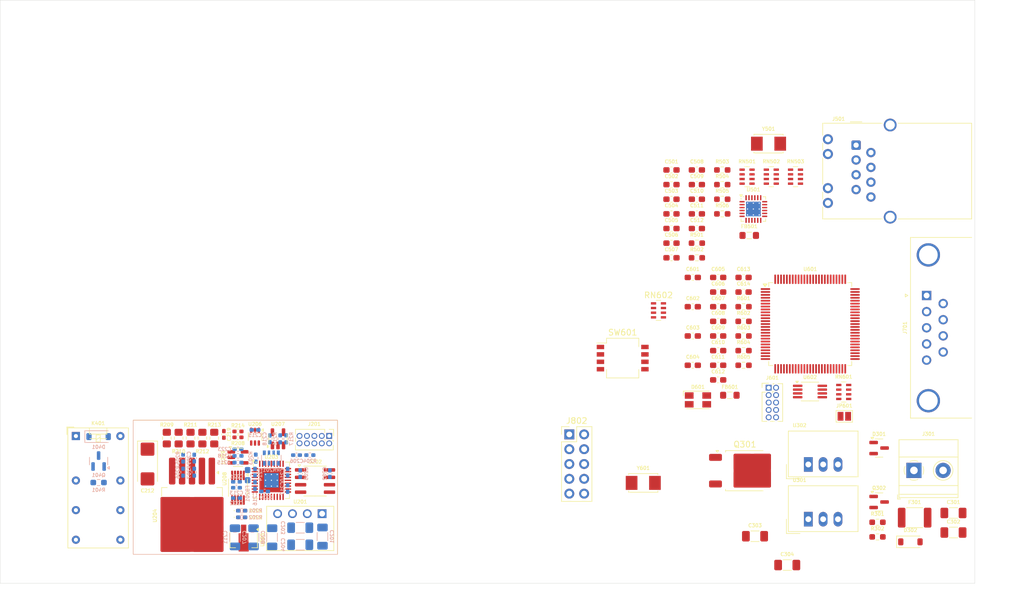
<source format=kicad_pcb>
(kicad_pcb (version 20240108) (generator "pcbnew") (generator_version "8.0")
  (layers (0 "F.Cu" signal) (31 "B.Cu" signal) (34 "B.Paste" user) (35 "F.Paste" user) (36 "B.SilkS" user "B.Silkscreen") (37 "F.SilkS" user "F.Silkscreen") (38 "B.Mask" user) (39 "F.Mask" user) (44 "Edge.Cuts" user))
  (net 0 "")
  (net 1 "+5V")
  (net 2 "GND")
  (net 3 "+9V_C1")
  (net 4 "GND_C1")
  (net 5 "+3.3V_C1")
  (net 6 "/Cell 1/NRST_C1")
  (net 7 "VDDA_C1")
  (net 8 "/Cell 1/CELL_C1")
  (net 9 "Net-(U203-BOOT0)")
  (net 10 "/Cell 1/ADJ_C1")
  (net 11 "Net-(U206--)")
  (net 12 "/Cell 1/CANH_C1")
  (net 13 "/Cell 1/CAN_TX_C1")
  (net 14 "/Cell 1/CAN_RX_C1")
  (net 15 "/Cell 1/CANL_C1")
  (net 16 "/Cell 1/RESET_C1")
  (net 17 "/Cell 1/SPI_NSS_C1")
  (net 18 "/Cell 1/SPI_SCK_C1")
  (net 21 "/Cell 1/MEAS_CURR_C1")
  (net 25 "/Cell 1/SPI_MOSI_C1")
  (net 30 "/Cell 1/MEAS_VOLT_C1")
  (net 31 "/Cell 1/LDAC_C1")
  (net 33 "Net-(U206-+)")
  (net 34 "/Cell 1/TCK_SWCLK_C1")
  (net 36 "/Cell 1/TMS_SWDIO_C1")
  (net 38 "+24V")
  (net 39 "+3.3V")
  (net 40 "Net-(U204-OUT)")
  (net 41 "Net-(U204-ADJ)")
  (net 42 "Net-(RN201-R3.1)")
  (net 43 "Net-(RN201-R1.1)")
  (net 44 "Net-(RN201-R4.1)")
  (net 45 "Net-(RN201-R2.1)")
  (net 46 "/Cell 1/LED1_C1")
  (net 47 "Net-(D202-K)")
  (net 48 "/Cell 1/LED2_C1")
  (net 49 "/Output/CELL_C1")
  (net 54 "Net-(Q401-B)")
  (net 56 "Net-(U208-VREF)")
  (net 57 "Net-(U501-XTAL1{slash}CLKIN)")
  (net 58 "Net-(U501-VDDCR)")
  (net 59 "Net-(U501-XTAL2)")
  (net 60 "VCCQ")
  (net 61 "Net-(D201-K)")
  (net 62 "Net-(D401-A)")
  (net 63 "Net-(J501-Pad9)")
  (net 64 "Earth")
  (net 65 "/Ethernet/ETH_RXN")
  (net 66 "Net-(J501-Pad11)")
  (net 67 "/Ethernet/LED2")
  (net 69 "/Ethernet/ETH_TXN")
  (net 70 "/Ethernet/ETH_RXP")
  (net 71 "/Ethernet/LED1")
  (net 72 "/Ethernet/ETH_TXP")
  (net 73 "Net-(U209--)")
  (net 74 "Net-(U207-+)")
  (net 75 "Net-(U501-RXER{slash}PHYAD0)")
  (net 76 "/Ethernet/RMII_MDIO")
  (net 77 "Net-(U501-RBIAS)")
  (net 78 "/Ethernet/RMII_CRS_DV")
  (net 79 "/Ethernet/REFCLK0")
  (net 80 "/Ethernet/MODE0")
  (net 81 "/Ethernet/MODE2")
  (net 82 "/Ethernet/RMII_RXD1")
  (net 83 "/Ethernet/RMII_RXD0")
  (net 84 "/Ethernet/REF_CLK")
  (net 85 "/Ethernet/MODE1")
  (net 86 "Net-(U209-+)")
  (net 87 "/Ethernet/RMII_TXD1")
  (net 88 "/Ethernet/RMII_TXD0")
  (net 89 "/Ethernet/RMII_TXEN")
  (net 90 "/Ethernet/NRST")
  (net 91 "/Ethernet/RMII_MDC")
  (net 92 "+3.3VADC")
  (net 93 "/MCU/NRST")
  (net 94 "Net-(U601-PH0)")
  (net 95 "Net-(U601-PH1)")
  (net 96 "VDDA")
  (net 97 "Net-(D601-BK)")
  (net 98 "Net-(D601-GK)")
  (net 99 "Net-(D601-RK)")
  (net 103 "/MCU/TCK_SWCLK")
  (net 104 "/MCU/TMS_SWDIO")
  (net 106 "/MCU/MCU_DEF")
  (net 107 "Net-(U601-BOOT0)")
  (net 108 "/MCU/I2C1_SDA")
  (net 109 "/MCU/I2C1_SCL")
  (net 111 "/MCU/LED_RED")
  (net 112 "/MCU/LED_GREEN")
  (net 114 "/MCU/LED_BLUE")
  (net 122 "/MCU/RMII_RXD0")
  (net 123 "/MCU/RMII_TXD0")
  (net 126 "/MCU/RMII_RXD1")
  (net 127 "/MCU/RMII_MDIO")
  (net 129 "/MCU/RMII_CRS_DV")
  (net 139 "/MCU/RMII_TXD1")
  (net 140 "/MCU/REF_CLK")
  (net 144 "/MCU/RMII_MDC")
  (net 155 "/MCU/RMII_TXEN")
  (net 159 "/MCU/EEPROM_nWP")
  (net 175 "Net-(D301-A)")
  (net 177 "Net-(D302-K)")
  (net 178 "Net-(J301-Pin_1)")
  (net 179 "Net-(Q301-D)")
  (net 186 "/CAN/CANL")
  (net 192 "/CAN/CANH")
  (net 193 "/Output/REL_1")
  (net 194 "/MCU/CAN_ADDR3")
  (net 196 "/MCU/CAN_ADDR2")
  (net 198 "/MCU/CAN_ADDR4")
  (net 199 "/MCU/CAN_ADDR1")
  (net 200 "Net-(RN602-R1.1)")
  (net 201 "Net-(RN602-R4.1)")
  (net 202 "Net-(RN602-R3.1)")
  (net 203 "Net-(RN602-R2.1)")
  (net 204 "Net-(C610-Pad1)")
  (net 205 "Net-(C611-Pad1)")
  (net 206 "/Module Connector/CANH")
  (net 208 "/Module Connector/CANL")
  (footprint "Resistor_SMD:R_0603_1608Metric_Pad0.98x0.95mm_HandSolder" (layer "F.Cu") (at 189.3675 91.667)
    (property "Reference" "R501" (at 0 -1.43 0) (layer "F.SilkS") (effects (font (size 0.6 0.6) (thickness 0.12))))
    (property "Value" "10k")
    (pad "1" smd roundrect (at -0.9125 0) (size 0.975 0.95) (layers "F.Cu" "F.Paste" "F.Mask") (net 2 "GND"))
    (pad "2" smd roundrect (at 0.9125 0) (size 0.975 0.95) (layers "F.Cu" "F.Paste" "F.Mask") (net 75 "Net-(U501-RXER{slash}PHYAD0)"))
  )
  (footprint "Capacitor_Tantalum_SMD:CP_EIA-6032-28_Kemet-C_Pad2.25x2.35mm_HandSolder" (layer "F.Cu") (at 95.25 129.54 -90)
    (property "Reference" "C212" (at 4.572 0 180) (layer "F.SilkS") (effects (font (size 0.6 0.6) (thickness 0.12))))
    (property "Value" "100u/25V")
    (pad "1" smd roundrect (at -2.55 0 270) (size 2.25 2.35) (layers "F.Cu" "F.Paste" "F.Mask") (roundrect_rratio 0.111111) (net 40 "Net-(U204-OUT)"))
    (pad "2" smd roundrect (at 2.55 0 270) (size 2.25 2.35) (layers "F.Cu" "F.Paste" "F.Mask") (roundrect_rratio 0.111111) (net 4 "GND_C1"))
  )
  (footprint "Capacitor_SMD:C_0603_1608Metric_Pad1.08x0.95mm_HandSolder" (layer "F.Cu") (at 193.018 105.077)
    (property "Reference" "C608" (at 0 -1.43 0) (layer "F.SilkS") (effects (font (size 0.6 0.6) (thickness 0.12))))
    (property "Value" "1u")
    (pad "1" smd roundrect (at -0.8625 0) (size 1.075 0.95) (layers "F.Cu" "F.Paste" "F.Mask") (net 39 "+3.3V"))
    (pad "2" smd roundrect (at 0.8625 0) (size 1.075 0.95) (layers "F.Cu" "F.Paste" "F.Mask") (net 2 "GND"))
  )
  (footprint "Package_DFN_QFN:QFN-36-1EP_6x6mm_P0.5mm_EP4.1x4.1mm_ThermalVias" (layer "F.Cu") (at 116.475 132.334)
    (property "Reference" "U203" (at 0 -4.015 0) (layer "F.SilkS") (effects (font (size 0.6 0.6) (thickness 0.12))))
    (property "Value" "STM32F103T8U7TR")
    (pad "1" smd roundrect (at -2.8375 -2) (size 1.075 0.25) (layers "F.Cu" "F.Paste" "F.Mask") (net 5 "+3.3V_C1"))
    (pad "2" smd roundrect (at -2.8375 -1.5) (size 1.075 0.25) (layers "F.Cu" "F.Paste" "F.Mask"))
    (pad "3" smd roundrect (at -2.8375 -1) (size 1.075 0.25) (layers "F.Cu" "F.Paste" "F.Mask"))
    (pad "4" smd roundrect (at -2.8375 -0.5) (size 1.075 0.25) (layers "F.Cu" "F.Paste" "F.Mask") (net 6 "/Cell 1/NRST_C1"))
    (pad "5" smd roundrect (at -2.8375 0) (size 1.075 0.25) (layers "F.Cu" "F.Paste" "F.Mask") (net 4 "GND_C1"))
    (pad "6" smd roundrect (at -2.8375 0.5) (size 1.075 0.25) (layers "F.Cu" "F.Paste" "F.Mask") (net 7 "VDDA_C1"))
    (pad "7" smd roundrect (at -2.8375 1) (size 1.075 0.25) (layers "F.Cu" "F.Paste" "F.Mask") (net 21 "/Cell 1/MEAS_CURR_C1"))
    (pad "8" smd roundrect (at -2.8375 1.5) (size 1.075 0.25) (layers "F.Cu" "F.Paste" "F.Mask") (net 30 "/Cell 1/MEAS_VOLT_C1"))
    (pad "9" smd roundrect (at -2.8375 2) (size 1.075 0.25) (layers "F.Cu" "F.Paste" "F.Mask") (net 31 "/Cell 1/LDAC_C1"))
    (pad "10" smd roundrect (at -2 2.8375) (size 0.25 1.075) (layers "F.Cu" "F.Paste" "F.Mask") (net 16 "/Cell 1/RESET_C1"))
    (pad "11" smd roundrect (at -1.5 2.8375) (size 0.25 1.075) (layers "F.Cu" "F.Paste" "F.Mask") (net 17 "/Cell 1/SPI_NSS_C1"))
    (pad "12" smd roundrect (at -1 2.8375) (size 0.25 1.075) (layers "F.Cu" "F.Paste" "F.Mask") (net 18 "/Cell 1/SPI_SCK_C1"))
    (pad "13" smd roundrect (at -0.5 2.8375) (size 0.25 1.075) (layers "F.Cu" "F.Paste" "F.Mask"))
    (pad "14" smd roundrect (at 0 2.8375) (size 0.25 1.075) (layers "F.Cu" "F.Paste" "F.Mask") (net 25 "/Cell 1/SPI_MOSI_C1"))
    (pad "15" smd roundrect (at 0.5 2.8375) (size 0.25 1.075) (layers "F.Cu" "F.Paste" "F.Mask") (net 46 "/Cell 1/LED1_C1"))
    (pad "16" smd roundrect (at 1 2.8375) (size 0.25 1.075) (layers "F.Cu" "F.Paste" "F.Mask") (net 48 "/Cell 1/LED2_C1"))
    (pad "17" smd roundrect (at 1.5 2.8375) (size 0.25 1.075) (layers "F.Cu" "F.Paste" "F.Mask"))
    (pad "18" smd roundrect (at 2 2.8375) (size 0.25 1.075) (layers "F.Cu" "F.Paste" "F.Mask") (net 4 "GND_C1"))
    (pad "19" smd roundrect (at 2.8375 2) (size 1.075 0.25) (layers "F.Cu" "F.Paste" "F.Mask") (net 5 "+3.3V_C1"))
    (pad "20" smd roundrect (at 2.8375 1.5) (size 1.075 0.25) (layers "F.Cu" "F.Paste" "F.Mask"))
    (pad "21" smd roundrect (at 2.8375 1) (size 1.075 0.25) (layers "F.Cu" "F.Paste" "F.Mask"))
    (pad "22" smd roundrect (at 2.8375 0.5) (size 1.075 0.25) (layers "F.Cu" "F.Paste" "F.Mask"))
    (pad "23" smd roundrect (at 2.8375 0) (size 1.075 0.25) (layers "F.Cu" "F.Paste" "F.Mask") (net 14 "/Cell 1/CAN_RX_C1"))
    (pad "24" smd roundrect (at 2.8375 -0.5) (size 1.075 0.25) (layers "F.Cu" "F.Paste" "F.Mask") (net 13 "/Cell 1/CAN_TX_C1"))
    (pad "25" smd roundrect (at 2.8375 -1) (size 1.075 0.25) (layers "F.Cu" "F.Paste" "F.Mask") (net 36 "/Cell 1/TMS_SWDIO_C1"))
    (pad "26" smd roundrect (at 2.8375 -1.5) (size 1.075 0.25) (layers "F.Cu" "F.Paste" "F.Mask") (net 4 "GND_C1"))
    (pad "27" smd roundrect (at 2.8375 -2) (size 1.075 0.25) (layers "F.Cu" "F.Paste" "F.Mask") (net 5 "+3.3V_C1"))
    (pad "28" smd roundrect (at 2 -2.8375) (size 0.25 1.075) (layers "F.Cu" "F.Paste" "F.Mask") (net 34 "/Cell 1/TCK_SWCLK_C1"))
    (pad "29" smd roundrect (at 1.5 -2.8375) (size 0.25 1.075) (layers "F.Cu" "F.Paste" "F.Mask"))
    (pad "30" smd roundrect (at 1 -2.8375) (size 0.25 1.075) (layers "F.Cu" "F.Paste" "F.Mask"))
    (pad "31" smd roundrect (at 0.5 -2.8375) (size 0.25 1.075) (layers "F.Cu" "F.Paste" "F.Mask") (net 44 "Net-(RN201-R4.1)"))
    (pad "32" smd roundrect (at 0 -2.8375) (size 0.25 1.075) (layers "F.Cu" "F.Paste" "F.Mask") (net 42 "Net-(RN201-R3.1)"))
    (pad "33" smd roundrect (at -0.5 -2.8375) (size 0.25 1.075) (layers "F.Cu" "F.Paste" "F.Mask") (net 45 "Net-(RN201-R2.1)"))
    (pad "34" smd roundrect (at -1 -2.8375) (size 0.25 1.075) (layers "F.Cu" "F.Paste" "F.Mask") (net 43 "Net-(RN201-R1.1)"))
    (pad "35" smd roundrect (at -1.5 -2.8375) (size 0.25 1.075) (layers "F.Cu" "F.Paste" "F.Mask") (net 9 "Net-(U203-BOOT0)"))
    (pad "36" smd roundrect (at -2 -2.8375) (size 0.25 1.075) (layers "F.Cu" "F.Paste" "F.Mask") (net 4 "GND_C1"))
    (pad "37" thru_hole circle (at -1 -1) (size 0.5 0.5) (drill 0.2) (property pad_prop_heatsink) (layers "*.Cu") (net 4 "GND_C1"))
    (pad "37" thru_hole circle (at -1 0) (size 0.5 0.5) (drill 0.2) (property pad_prop_heatsink) (layers "*.Cu") (net 4 "GND_C1"))
    (pad "37" thru_hole circle (at -1 1) (size 0.5 0.5) (drill 0.2) (property pad_prop_heatsink) (layers "*.Cu") (net 4 "GND_C1"))
    (pad "37" thru_hole circle (at 0 -1) (size 0.5 0.5) (drill 0.2) (property pad_prop_heatsink) (layers "*.Cu") (net 4 "GND_C1"))
    (pad "37" thru_hole circle (at 0 0) (size 0.5 0.5) (drill 0.2) (property pad_prop_heatsink) (layers "*.Cu") (net 4 "GND_C1"))
    (pad "37" smd rect (at 0 0) (size 2.5 2.5) (property pad_prop_heatsink) (layers "B.Cu") (net 4 "GND_C1"))
    (pad "37" smd rect (at 0 0) (size 4.1 4.1) (property pad_prop_heatsink) (layers "F.Cu" "F.Mask") (net 4 "GND_C1"))
    (pad "37" thru_hole circle (at 0 1) (size 0.5 0.5) (drill 0.2) (property pad_prop_heatsink) (layers "*.Cu") (net 4 "GND_C1"))
    (pad "37" thru_hole circle (at 1 -1) (size 0.5 0.5) (drill 0.2) (property pad_prop_heatsink) (layers "*.Cu") (net 4 "GND_C1"))
    (pad "37" thru_hole circle (at 1 0) (size 0.5 0.5) (drill 0.2) (property pad_prop_heatsink) (layers "*.Cu") (net 4 "GND_C1"))
    (pad "37" thru_hole circle (at 1 1) (size 0.5 0.5) (drill 0.2) (property pad_prop_heatsink) (layers "*.Cu") (net 4 "GND_C1"))
  )
  (footprint "Capacitor_SMD:C_0603_1608Metric_Pad1.08x0.95mm_HandSolder" (layer "F.Cu") (at 197.368 100.057)
    (property "Reference" "C614" (at 0 -1.43 0) (layer "F.SilkS") (effects (font (size 0.6 0.6) (thickness 0.12))))
    (property "Value" "0.1u")
    (pad "1" smd roundrect (at -0.8625 0) (size 1.075 0.95) (layers "F.Cu" "F.Paste" "F.Mask") (net 2 "GND"))
    (pad "2" smd roundrect (at 0.8625 0) (size 1.075 0.95) (layers "F.Cu" "F.Paste" "F.Mask") (net 39 "+3.3V"))
  )
  (footprint "Package_TO_SOT_SMD:SOT-23-5" (layer "F.Cu") (at 117.602 125.222 90)
    (property "Reference" "U207" (at 2.54 0 180) (layer "F.SilkS") (effects (font (size 0.6 0.6) (thickness 0.12))))
    (property "Value" "OPA376AIDBVR")
    (pad "1" smd roundrect (at -1.1375 -0.95 90) (size 1.325 0.6) (layers "F.Cu" "F.Paste" "F.Mask") (net 30 "/Cell 1/MEAS_VOLT_C1"))
    (pad "2" smd roundrect (at -1.1375 0 90) (size 1.325 0.6) (layers "F.Cu" "F.Paste" "F.Mask") (net 4 "GND_C1"))
    (pad "3" smd roundrect (at -1.1375 0.95 90) (size 1.325 0.6) (layers "F.Cu" "F.Paste" "F.Mask") (net 74 "Net-(U207-+)"))
    (pad "4" smd roundrect (at 1.1375 0.95 90) (size 1.325 0.6) (layers "F.Cu" "F.Paste" "F.Mask") (net 30 "/Cell 1/MEAS_VOLT_C1"))
    (pad "5" smd roundrect (at 1.1375 -0.95 90) (size 1.325 0.6) (layers "F.Cu" "F.Paste" "F.Mask") (net 5 "+3.3V_C1"))
  )
  (footprint "Resistor_SMD:R_0603_1608Metric_Pad0.98x0.95mm_HandSolder" (layer "F.Cu") (at 193.7175 79.117)
    (property "Reference" "R503" (at 0 -1.43 0) (layer "F.SilkS") (effects (font (size 0.6 0.6) (thickness 0.12))))
    (property "Value" "10k")
    (pad "1" smd roundrect (at -0.9125 0) (size 0.975 0.95) (layers "F.Cu" "F.Paste" "F.Mask") (net 67 "/Ethernet/LED2"))
    (pad "2" smd roundrect (at 0.9125 0) (size 0.975 0.95) (layers "F.Cu" "F.Paste" "F.Mask") (net 2 "GND"))
  )
  (footprint "Resistor_SMD:R_0603_1608Metric_Pad0.98x0.95mm_HandSolder" (layer "F.Cu") (at 197.368 102.567)
    (property "Reference" "R601" (at 0 -1.43 0) (layer "F.SilkS") (effects (font (size 0.6 0.6) (thickness 0.12))))
    (property "Value" "10k")
    (pad "1" smd roundrect (at -0.9125 0) (size 0.975 0.95) (layers "F.Cu" "F.Paste" "F.Mask") (net 106 "/MCU/MCU_DEF"))
    (pad "2" smd roundrect (at 0.9125 0) (size 0.975 0.95) (layers "F.Cu" "F.Paste" "F.Mask") (net 39 "+3.3V"))
  )
  (footprint "Resistor_SMD:R_0805_2012Metric_Pad1.20x1.40mm_HandSolder" (layer "F.Cu") (at 102.616 125.095 90)
    (property "Reference" "R211" (at 2.286 0 180) (layer "F.SilkS") (effects (font (size 0.6 0.6) (thickness 0.12))))
    (property "Value" "1/.1%")
    (pad "1" smd roundrect (at -1 0 90) (size 1.2 1.4) (layers "F.Cu" "F.Paste" "F.Mask") (roundrect_rratio 0.208333) (net 40 "Net-(U204-OUT)"))
    (pad "2" smd roundrect (at 1 0 90) (size 1.2 1.4) (layers "F.Cu" "F.Paste" "F.Mask") (roundrect_rratio 0.208333) (net 8 "/Cell 1/CELL_C1"))
  )
  (footprint "Resistor_SMD:R_0805_2012Metric_Pad1.20x1.40mm_HandSolder" (layer "F.Cu") (at 100.584 125.095 90)
    (property "Reference" "R210" (at -2.286 0 180) (layer "F.SilkS") (effects (font (size 0.6 0.6) (thickness 0.12))))
    (property "Value" "1/.1%")
    (pad "1" smd roundrect (at -1 0 90) (size 1.2 1.4) (layers "F.Cu" "F.Paste" "F.Mask") (roundrect_rratio 0.208333) (net 40 "Net-(U204-OUT)"))
    (pad "2" smd roundrect (at 1 0 90) (size 1.2 1.4) (layers "F.Cu" "F.Paste" "F.Mask") (roundrect_rratio 0.208333) (net 8 "/Cell 1/CELL_C1"))
  )
  (footprint "Converter_DCDC:Converter_DCDC_TRACO_TSR-1_THT" (layer "F.Cu") (at 208.46 139)
    (property "Reference" "U301" (at -1.5 -6.71 0) (layer "F.SilkS") (effects (font (size 0.6 0.6) (thickness 0.12))))
    (property "Value" "TSR_1-2433")
    (pad "1" thru_hole rect (at 0 0) (size 1.5 2.5) (drill 1) (layers "*.Cu" "*.Mask") (net 38 "+24V"))
    (pad "2" thru_hole oval (at 2.54 0) (size 1.5 2.5) (drill 1) (layers "*.Cu" "*.Mask") (net 2 "GND"))
    (pad "3" thru_hole oval (at 5.08 0) (size 1.5 2.5) (drill 1) (layers "*.Cu" "*.Mask") (net 39 "+3.3V"))
  )
  (footprint "Package_QFP:LQFP-100_14x14mm_P0.5mm" (layer "F.Cu") (at 208.788 105.537)
    (property "Reference" "U601" (at 0 -9.42 0) (layer "F.SilkS") (effects (font (size 0.6 0.6) (thickness 0.12))))
    (property "Value" "STM32H743VITx")
    (pad "1" smd roundrect (at -7.675 -6) (size 1.6 0.3) (layers "F.Cu" "F.Paste" "F.Mask") (net 106 "/MCU/MCU_DEF"))
    (pad "2" smd roundrect (at -7.675 -5.5) (size 1.6 0.3) (layers "F.Cu" "F.Paste" "F.Mask"))
    (pad "3" smd roundrect (at -7.675 -5) (size 1.6 0.3) (layers "F.Cu" "F.Paste" "F.Mask"))
    (pad "4" smd roundrect (at -7.675 -4.5) (size 1.6 0.3) (layers "F.Cu" "F.Paste" "F.Mask"))
    (pad "5" smd roundrect (at -7.675 -4) (size 1.6 0.3) (layers "F.Cu" "F.Paste" "F.Mask"))
    (pad "6" smd roundrect (at -7.675 -3.5) (size 1.6 0.3) (layers "F.Cu" "F.Paste" "F.Mask") (net 39 "+3.3V"))
    (pad "7" smd roundrect (at -7.675 -3) (size 1.6 0.3) (layers "F.Cu" "F.Paste" "F.Mask"))
    (pad "8" smd roundrect (at -7.675 -2.5) (size 1.6 0.3) (layers "F.Cu" "F.Paste" "F.Mask"))
    (pad "9" smd roundrect (at -7.675 -2) (size 1.6 0.3) (layers "F.Cu" "F.Paste" "F.Mask"))
    (pad "10" smd roundrect (at -7.675 -1.5) (size 1.6 0.3) (layers "F.Cu" "F.Paste" "F.Mask") (net 2 "GND"))
    (pad "11" smd roundrect (at -7.675 -1) (size 1.6 0.3) (layers "F.Cu" "F.Paste" "F.Mask") (net 39 "+3.3V"))
    (pad "12" smd roundrect (at -7.675 -0.5) (size 1.6 0.3) (layers "F.Cu" "F.Paste" "F.Mask") (net 94 "Net-(U601-PH0)"))
    (pad "13" smd roundrect (at -7.675 0) (size 1.6 0.3) (layers "F.Cu" "F.Paste" "F.Mask") (net 95 "Net-(U601-PH1)"))
    (pad "14" smd roundrect (at -7.675 0.5) (size 1.6 0.3) (layers "F.Cu" "F.Paste" "F.Mask") (net 93 "/MCU/NRST"))
    (pad "15" smd roundrect (at -7.675 1) (size 1.6 0.3) (layers "F.Cu" "F.Paste" "F.Mask"))
    (pad "16" smd roundrect (at -7.675 1.5) (size 1.6 0.3) (layers "F.Cu" "F.Paste" "F.Mask") (net 144 "/MCU/RMII_MDC"))
    (pad "17" smd roundrect (at -7.675 2) (size 1.6 0.3) (layers "F.Cu" "F.Paste" "F.Mask"))
    (pad "18" smd roundrect (at -7.675 2.5) (size 1.6 0.3) (layers "F.Cu" "F.Paste" "F.Mask"))
    (pad "19" smd roundrect (at -7.675 3) (size 1.6 0.3) (layers "F.Cu" "F.Paste" "F.Mask") (net 2 "GND"))
    (pad "20" smd roundrect (at -7.675 3.5) (size 1.6 0.3) (layers "F.Cu" "F.Paste" "F.Mask") (net 92 "+3.3VADC"))
    (pad "21" smd roundrect (at -7.675 4) (size 1.6 0.3) (layers "F.Cu" "F.Paste" "F.Mask") (net 96 "VDDA"))
    (pad "22" smd roundrect (at -7.675 4.5) (size 1.6 0.3) (layers "F.Cu" "F.Paste" "F.Mask"))
    (pad "23" smd roundrect (at -7.675 5) (size 1.6 0.3) (layers "F.Cu" "F.Paste" "F.Mask") (net 140 "/MCU/REF_CLK"))
    (pad "24" smd roundrect (at -7.675 5.5) (size 1.6 0.3) (layers "F.Cu" "F.Paste" "F.Mask") (net 127 "/MCU/RMII_MDIO"))
    (pad "25" smd roundrect (at -7.675 6) (size 1.6 0.3) (layers "F.Cu" "F.Paste" "F.Mask"))
    (pad "26" smd roundrect (at -6 7.675) (size 0.3 1.6) (layers "F.Cu" "F.Paste" "F.Mask") (net 2 "GND"))
    (pad "27" smd roundrect (at -5.5 7.675) (size 0.3 1.6) (layers "F.Cu" "F.Paste" "F.Mask") (net 39 "+3.3V"))
    (pad "28" smd roundrect (at -5 7.675) (size 0.3 1.6) (layers "F.Cu" "F.Paste" "F.Mask"))
    (pad "29" smd roundrect (at -4.5 7.675) (size 0.3 1.6) (layers "F.Cu" "F.Paste" "F.Mask"))
    (pad "30" smd roundrect (at -4 7.675) (size 0.3 1.6) (layers "F.Cu" "F.Paste" "F.Mask"))
    (pad "31" smd roundrect (at -3.5 7.675) (size 0.3 1.6) (layers "F.Cu" "F.Paste" "F.Mask") (net 129 "/MCU/RMII_CRS_DV"))
    (pad "32" smd roundrect (at -3 7.675) (size 0.3 1.6) (layers "F.Cu" "F.Paste" "F.Mask") (net 122 "/MCU/RMII_RXD0"))
    (pad "33" smd roundrect (at -2.5 7.675) (size 0.3 1.6) (layers "F.Cu" "F.Paste" "F.Mask") (net 126 "/MCU/RMII_RXD1"))
    (pad "34" smd roundrect (at -2 7.675) (size 0.3 1.6) (layers "F.Cu" "F.Paste" "F.Mask"))
    (pad "35" smd roundrect (at -1.5 7.675) (size 0.3 1.6) (layers "F.Cu" "F.Paste" "F.Mask"))
    (pad "36" smd roundrect (at -1 7.675) (size 0.3 1.6) (layers "F.Cu" "F.Paste" "F.Mask"))
    (pad "37" smd roundrect (at -0.5 7.675) (size 0.3 1.6) (layers "F.Cu" "F.Paste" "F.Mask"))
    (pad "38" smd roundrect (at 0 7.675) (size 0.3 1.6) (layers "F.Cu" "F.Paste" "F.Mask"))
    (pad "39" smd roundrect (at 0.5 7.675) (size 0.3 1.6) (layers "F.Cu" "F.Paste" "F.Mask"))
    (pad "40" smd roundrect (at 1 7.675) (size 0.3 1.6) (layers "F.Cu" "F.Paste" "F.Mask"))
    (pad "41" smd roundrect (at 1.5 7.675) (size 0.3 1.6) (layers "F.Cu" "F.Paste" "F.Mask"))
    (pad "42" smd roundrect (at 2 7.675) (size 0.3 1.6) (layers "F.Cu" "F.Paste" "F.Mask"))
    (pad "43" smd roundrect (at 2.5 7.675) (size 0.3 1.6) (layers "F.Cu" "F.Paste" "F.Mask"))
    (pad "44" smd roundrect (at 3 7.675) (size 0.3 1.6) (layers "F.Cu" "F.Paste" "F.Mask"))
    (pad "45" smd roundrect (at 3.5 7.675) (size 0.3 1.6) (layers "F.Cu" "F.Paste" "F.Mask"))
    (pad "46" smd roundrect (at 4 7.675) (size 0.3 1.6) (layers "F.Cu" "F.Paste" "F.Mask"))
    (pad "47" smd roundrect (at 4.5 7.675) (size 0.3 1.6) (layers "F.Cu" "F.Paste" "F.Mask") (net 155 "/MCU/RMII_TXEN"))
    (pad "48" smd roundrect (at 5 7.675) (size 0.3 1.6) (layers "F.Cu" "F.Paste" "F.Mask") (net 204 "Net-(C610-Pad1)"))
    (pad "49" smd roundrect (at 5.5 7.675) (size 0.3 1.6) (layers "F.Cu" "F.Paste" "F.Mask") (net 2 "GND"))
    (pad "50" smd roundrect (at 6 7.675) (size 0.3 1.6) (layers "F.Cu" "F.Paste" "F.Mask") (net 39 "+3.3V"))
    (pad "51" smd roundrect (at 7.675 6) (size 1.6 0.3) (layers "F.Cu" "F.Paste" "F.Mask") (net 123 "/MCU/RMII_TXD0"))
    (pad "52" smd roundrect (at 7.675 5.5) (size 1.6 0.3) (layers "F.Cu" "F.Paste" "F.Mask") (net 139 "/MCU/RMII_TXD1"))
    (pad "53" smd roundrect (at 7.675 5) (size 1.6 0.3) (layers "F.Cu" "F.Paste" "F.Mask"))
    (pad "54" smd roundrect (at 7.675 4.5) (size 1.6 0.3) (layers "F.Cu" "F.Paste" "F.Mask"))
    (pad "55" smd roundrect (at 7.675 4) (size 1.6 0.3) (layers "F.Cu" "F.Paste" "F.Mask"))
    (pad "56" smd roundrect (at 7.675 3.5) (size 1.6 0.3) (layers "F.Cu" "F.Paste" "F.Mask"))
    (pad "57" smd roundrect (at 7.675 3) (size 1.6 0.3) (layers "F.Cu" "F.Paste" "F.Mask"))
    (pad "58" smd roundrect (at 7.675 2.5) (size 1.6 0.3) (layers "F.Cu" "F.Paste" "F.Mask"))
    (pad "59" smd roundrect (at 7.675 2) (size 1.6 0.3) (layers "F.Cu" "F.Paste" "F.Mask"))
    (pad "60" smd roundrect (at 7.675 1.5) (size 1.6 0.3) (layers "F.Cu" "F.Paste" "F.Mask"))
    (pad "61" smd roundrect (at 7.675 1) (size 1.6 0.3) (layers "F.Cu" "F.Paste" "F.Mask"))
    (pad "62" smd roundrect (at 7.675 0.5) (size 1.6 0.3) (layers "F.Cu" "F.Paste" "F.Mask"))
    (pad "63" smd roundrect (at 7.675 0) (size 1.6 0.3) (layers "F.Cu" "F.Paste" "F.Mask") (net 114 "/MCU/LED_BLUE"))
    (pad "64" smd roundrect (at 7.675 -0.5) (size 1.6 0.3) (layers "F.Cu" "F.Paste" "F.Mask") (net 111 "/MCU/LED_RED"))
    (pad "65" smd roundrect (at 7.675 -1) (size 1.6 0.3) (layers "F.Cu" "F.Paste" "F.Mask") (net 112 "/MCU/LED_GREEN"))
    (pad "66" smd roundrect (at 7.675 -1.5) (size 1.6 0.3) (layers "F.Cu" "F.Paste" "F.Mask"))
    (pad "67" smd roundrect (at 7.675 -2) (size 1.6 0.3) (layers "F.Cu" "F.Paste" "F.Mask"))
    (pad "68" smd roundrect (at 7.675 -2.5) (size 1.6 0.3) (layers "F.Cu" "F.Paste" "F.Mask"))
    (pad "69" smd roundrect (at 7.675 -3) (size 1.6 0.3) (layers "F.Cu" "F.Paste" "F.Mask"))
    (pad "70" smd roundrect (at 7.675 -3.5) (size 1.6 0.3) (layers "F.Cu" "F.Paste" "F.Mask"))
    (pad "71" smd roundrect (at 7.675 -4) (size 1.6 0.3) (layers "F.Cu" "F.Paste" "F.Mask"))
    (pad "72" smd roundrect (at 7.675 -4.5) (size 1.6 0.3) (layers "F.Cu" "F.Paste" "F.Mask") (net 104 "/MCU/TMS_SWDIO"))
    (pad "73" smd roundrect (at 7.675 -5) (size 1.6 0.3) (layers "F.Cu" "F.Paste" "F.Mask") (net 205 "Net-(C611-Pad1)"))
    (pad "74" smd roundrect (at 7.675 -5.5) (size 1.6 0.3) (layers "F.Cu" "F.Paste" "F.Mask") (net 2 "GND"))
    (pad "75" smd roundrect (at 7.675 -6) (size 1.6 0.3) (layers "F.Cu" "F.Paste" "F.Mask") (net 39 "+3.3V"))
    (pad "76" smd roundrect (at 6 -7.675) (size 0.3 1.6) (layers "F.Cu" "F.Paste" "F.Mask") (net 103 "/MCU/TCK_SWCLK"))
    (pad "77" smd roundrect (at 5.5 -7.675) (size 0.3 1.6) (layers "F.Cu" "F.Paste" "F.Mask"))
    (pad "78" smd roundrect (at 5 -7.675) (size 0.3 1.6) (layers "F.Cu" "F.Paste" "F.Mask"))
    (pad "79" smd roundrect (at 4.5 -7.675) (size 0.3 1.6) (layers "F.Cu" "F.Paste" "F.Mask"))
    (pad "80" smd roundrect (at 4 -7.675) (size 0.3 1.6) (layers "F.Cu" "F.Paste" "F.Mask"))
    (pad "81" smd roundrect (at 3.5 -7.675) (size 0.3 1.6) (layers "F.Cu" "F.Paste" "F.Mask") (net 199 "/MCU/CAN_ADDR1"))
    (pad "82" smd roundrect (at 3 -7.675) (size 0.3 1.6) (layers "F.Cu" "F.Paste" "F.Mask") (net 196 "/MCU/CAN_ADDR2"))
    (pad "83" smd roundrect (at 2.5 -7.675) (size 0.3 1.6) (layers "F.Cu" "F.Paste" "F.Mask") (net 194 "/MCU/CAN_ADDR3"))
    (pad "84" smd roundrect (at 2 -7.675) (size 0.3 1.6) (layers "F.Cu" "F.Paste" "F.Mask") (net 198 "/MCU/CAN_ADDR4"))
    (pad "85" smd roundrect (at 1.5 -7.675) (size 0.3 1.6) (layers "F.Cu" "F.Paste" "F.Mask"))
    (pad "86" smd roundrect (at 1 -7.675) (size 0.3 1.6) (layers "F.Cu" "F.Paste" "F.Mask"))
    (pad "87" smd roundrect (at 0.5 -7.675) (size 0.3 1.6) (layers "F.Cu" "F.Paste" "F.Mask"))
    (pad "88" smd roundrect (at 0 -7.675) (size 0.3 1.6) (layers "F.Cu" "F.Paste" "F.Mask"))
    (pad "89" smd roundrect (at -0.5 -7.675) (size 0.3 1.6) (layers "F.Cu" "F.Paste" "F.Mask"))
    (pad "90" smd roundrect (at -1 -7.675) (size 0.3 1.6) (layers "F.Cu" "F.Paste" "F.Mask"))
    (pad "91" smd roundrect (at -1.5 -7.675) (size 0.3 1.6) (layers "F.Cu" "F.Paste" "F.Mask") (net 159 "/MCU/EEPROM_nWP"))
    (pad "92" smd roundrect (at -2 -7.675) (size 0.3 1.6) (layers "F.Cu" "F.Paste" "F.Mask") (net 109 "/MCU/I2C1_SCL"))
    (pad "93" smd roundrect (at -2.5 -7.675) (size 0.3 1.6) (layers "F.Cu" "F.Paste" "F.Mask") (net 108 "/MCU/I2C1_SDA"))
    (pad "94" smd roundrect (at -3 -7.675) (size 0.3 1.6) (layers "F.Cu" "F.Paste" "F.Mask") (net 107 "Net-(U601-BOOT0)"))
    (pad "95" smd roundrect (at -3.5 -7.675) (size 0.3 1.6) (layers "F.Cu" "F.Paste" "F.Mask"))
    (pad "96" smd roundrect (at -4 -7.675) (size 0.3 1.6) (layers "F.Cu" "F.Paste" "F.Mask"))
    (pad "97" smd roundrect (at -4.5 -7.675) (size 0.3 1.6) (layers "F.Cu" "F.Paste" "F.Mask"))
    (pad "98" smd roundrect (at -5 -7.675) (size 0.3 1.6) (layers "F.Cu" "F.Paste" "F.Mask"))
    (pad "99" smd roundrect (at -5.5 -7.675) (size 0.3 1.6) (layers "F.Cu" "F.Paste" "F.Mask") (net 2 "GND"))
    (pad "100" smd roundrect (at -6 -7.675) (size 0.3 1.6) (layers "F.Cu" "F.Paste" "F.Mask") (net 39 "+3.3V"))
  )
  (footprint "Connector_Dsub:DSUB-9_Female_Horizontal_P2.77x2.84mm_EdgePinOffset4.94mm_Housed_MountingHolesOffset7.48mm" (layer "F.Cu") (at 228.727 100.644 90)
    (property "Reference" "J701" (at -5.54 -3.7 90) (layer "F.SilkS") (effects (font (size 0.6 0.6) (thickness 0.12))))
    (property "Value" "DE9_Receptacle")
    (pad "0" thru_hole circle (at -18.04 0.3 90) (size 4 4) (drill 3.2) (layers "*.Cu" "*.Mask"))
    (pad "0" thru_hole circle (at 6.96 0.3 90) (size 4 4) (drill 3.2) (layers "*.Cu" "*.Mask"))
    (pad "1" thru_hole rect (at 0 0 90) (size 1.6 1.6) (drill 1) (layers "*.Cu" "*.Mask"))
    (pad "2" thru_hole circle (at -2.77 0 90) (size 1.6 1.6) (drill 1) (layers "*.Cu" "*.Mask") (net 186 "/CAN/CANL"))
    (pad "3" thru_hole circle (at -5.54 0 90) (size 1.6 1.6) (drill 1) (layers "*.Cu" "*.Mask") (net 2 "GND"))
    (pad "4" thru_hole circle (at -8.31 0 90) (size 1.6 1.6) (drill 1) (layers "*.Cu" "*.Mask"))
    (pad "5" thru_hole circle (at -11.08 0 90) (size 1.6 1.6) (drill 1) (layers "*.Cu" "*.Mask"))
    (pad "6" thru_hole circle (at -1.385 2.84 90) (size 1.6 1.6) (drill 1) (layers "*.Cu" "*.Mask") (net 2 "GND"))
    (pad "7" thru_hole circle (at -4.155 2.84 90) (size 1.6 1.6) (drill 1) (layers "*.Cu" "*.Mask") (net 192 "/CAN/CANH"))
    (pad "8" thru_hole circle (at -6.925 2.84 90) (size 1.6 1.6) (drill 1) (layers "*.Cu" "*.Mask"))
    (pad "9" thru_hole circle (at -9.695 2.84 90) (size 1.6 1.6) (drill 1) (layers "*.Cu" "*.Mask"))
  )
  (footprint "Capacitor_SMD:C_0603_1608Metric_Pad1.08x0.95mm_HandSolder" (layer "F.Cu") (at 189.3675 81.627)
    (property "Reference" "C509" (at 0 -1.43 0) (layer "F.SilkS") (effects (font (size 0.6 0.6) (thickness 0.12))))
    (property "Value" "0.1u")
    (pad "1" smd roundrect (at -0.8625 0) (size 1.075 0.95) (layers "F.Cu" "F.Paste" "F.Mask") (net 60 "VCCQ"))
    (pad "2" smd roundrect (at 0.8625 0) (size 1.075 0.95) (layers "F.Cu" "F.Paste" "F.Mask") (net 2 "GND"))
  )
  (footprint "Capacitor_SMD:C_0603_1608Metric_Pad1.08x0.95mm_HandSolder" (layer "F.Cu") (at 193.018 112.607)
    (property "Reference" "C611" (at 0 -1.43 0) (layer "F.SilkS") (effects (font (size 0.6 0.6) (thickness 0.12))))
    (property "Value" "2u2")
    (pad "1" smd roundrect (at -0.8625 0) (size 1.075 0.95) (layers "F.Cu" "F.Paste" "F.Mask") (net 205 "Net-(C611-Pad1)"))
    (pad "2" smd roundrect (at 0.8625 0) (size 1.075 0.95) (layers "F.Cu" "F.Paste" "F.Mask") (net 2 "GND"))
  )
  (footprint "Capacitor_SMD:C_0603_1608Metric_Pad1.08x0.95mm_HandSolder" (layer "F.Cu") (at 185.0175 81.627)
    (property "Reference" "C502" (at 0 -1.43 0) (layer "F.SilkS") (effects (font (size 0.6 0.6) (thickness 0.12))))
    (property "Value" "0.1u")
    (pad "1" smd roundrect (at -0.8625 0) (size 1.075 0.95) (layers "F.Cu" "F.Paste" "F.Mask") (net 39 "+3.3V"))
    (pad "2" smd roundrect (at 0.8625 0) (size 1.075 0.95) (layers "F.Cu" "F.Paste" "F.Mask") (net 2 "GND"))
  )
  (footprint "Resistor_SMD:R_0603_1608Metric_Pad0.98x0.95mm_HandSolder" (layer "F.Cu") (at 197.368 105.077)
    (property "Reference" "R602" (at 0 -1.43 0) (layer "F.SilkS") (effects (font (size 0.6 0.6) (thickness 0.12))))
    (property "Value" "10k")
    (pad "1" smd roundrect (at -0.9125 0) (size 0.975 0.95) (layers "F.Cu" "F.Paste" "F.Mask") (net 39 "+3.3V"))
    (pad "2" smd roundrect (at 0.9125 0) (size 0.975 0.95) (layers "F.Cu" "F.Paste" "F.Mask") (net 93 "/MCU/NRST"))
  )
  (footprint "Capacitor_SMD:C_0603_1608Metric_Pad1.08x0.95mm_HandSolder" (layer "F.Cu") (at 188.668 102.567)
    (property "Reference" "C602" (at 0 -1.43 0) (layer "F.SilkS") (effects (font (size 0.6 0.6) (thickness 0.12))))
    (property "Value" "0.1u")
    (pad "1" smd roundrect (at -0.8625 0) (size 1.075 0.95) (layers "F.Cu" "F.Paste" "F.Mask") (net 39 "+3.3V"))
    (pad "2" smd roundrect (at 0.8625 0) (size 1.075 0.95) (layers "F.Cu" "F.Paste" "F.Mask") (net 2 "GND"))
  )
  (footprint "Resistor_SMD:R_0603_1608Metric_Pad0.98x0.95mm_HandSolder" (layer "F.Cu") (at 220.3165 139.527)
    (property "Reference" "R301" (at 0 -1.43 0) (layer "F.SilkS") (effects (font (size 0.6 0.6) (thickness 0.12))))
    (property "Value" "100k")
    (pad "1" smd roundrect (at -0.9125 0) (size 0.975 0.95) (layers "F.Cu" "F.Paste" "F.Mask") (net 175 "Net-(D301-A)"))
    (pad "2" smd roundrect (at 0.9125 0) (size 0.975 0.95) (layers "F.Cu" "F.Paste" "F.Mask") (net 2 "GND"))
  )
  (footprint "Capacitor_SMD:C_0603_1608Metric_Pad1.08x0.95mm_HandSolder" (layer "F.Cu") (at 185.0175 84.137)
    (property "Reference" "C503" (at 0 -1.43 0) (layer "F.SilkS") (effects (font (size 0.6 0.6) (thickness 0.12))))
    (property "Value" "470p")
    (pad "1" smd roundrect (at -0.8625 0) (size 1.075 0.95) (layers "F.Cu" "F.Paste" "F.Mask") (net 58 "Net-(U501-VDDCR)"))
    (pad "2" smd roundrect (at 0.8625 0) (size 1.075 0.95) (layers "F.Cu" "F.Paste" "F.Mask") (net 2 "GND"))
  )
  (footprint "Package_TO_SOT_SMD:SOT-23" (layer "F.Cu") (at 220.5865 136.052)
    (property "Reference" "Q302" (at 0 -2.4 0) (layer "F.SilkS") (effects (font (size 0.6 0.6) (thickness 0.12))))
    (property "Value" "MMBT3904")
    (pad "1" smd roundrect (at -0.9375 -0.95) (size 1.475 0.6) (layers "F.Cu" "F.Paste" "F.Mask") (net 177 "Net-(D302-K)"))
    (pad "2" smd roundrect (at -0.9375 0.95) (size 1.475 0.6) (layers "F.Cu" "F.Paste" "F.Mask") (net 38 "+24V"))
    (pad "3" smd roundrect (at 0.9375 0) (size 1.475 0.6) (layers "F.Cu" "F.Paste" "F.Mask") (net 175 "Net-(D301-A)"))
  )
  (footprint "Capacitor_SMD:C_1206_3216Metric_Pad1.33x1.80mm_HandSolder" (layer "F.Cu") (at 199.329 141.922)
    (property "Reference" "C303" (at 0 -1.85 0) (layer "F.SilkS") (effects (font (size 0.6 0.6) (thickness 0.12))))
    (property "Value" "10u/25V")
    (pad "1" smd roundrect (at -1.5625 0) (size 1.325 1.8) (layers "F.Cu" "F.Paste" "F.Mask") (roundrect_rratio 0.188679) (net 39 "+3.3V"))
    (pad "2" smd roundrect (at 1.5625 0) (size 1.325 1.8) (layers "F.Cu" "F.Paste" "F.Mask") (roundrect_rratio 0.188679) (net 2 "GND"))
  )
  (footprint "Package_SO:MSOP-8_3x3mm_P0.65mm" (layer "F.Cu") (at 208.748 117.107)
    (property "Reference" "U602" (at 0 -2.45 0) (layer "F.SilkS") (effects (font (size 0.6 0.6) (thickness 0.12))))
    (property "Value" "24LC08B-E/MS")
    (pad "1" smd roundrect (at -2.1125 -0.975) (size 1.625 0.4) (layers "F.Cu" "F.Paste" "F.Mask") (net 2 "GND"))
    (pad "2" smd roundrect (at -2.1125 -0.325) (size 1.625 0.4) (layers "F.Cu" "F.Paste" "F.Mask") (net 2 "GND"))
    (pad "3" smd roundrect (at -2.1125 0.325) (size 1.625 0.4) (layers "F.Cu" "F.Paste" "F.Mask") (net 2 "GND"))
    (pad "4" smd roundrect (at -2.1125 0.975) (size 1.625 0.4) (layers "F.Cu" "F.Paste" "F.Mask") (net 2 "GND"))
    (pad "5" smd roundrect (at 2.1125 0.975) (size 1.625 0.4) (layers "F.Cu" "F.Paste" "F.Mask") (net 108 "/MCU/I2C1_SDA"))
    (pad "6" smd roundrect (at 2.1125 0.325) (size 1.625 0.4) (layers "F.Cu" "F.Paste" "F.Mask") (net 109 "/MCU/I2C1_SCL"))
    (pad "7" smd roundrect (at 2.1125 -0.325) (size 1.625 0.4) (layers "F.Cu" "F.Paste" "F.Mask") (net 159 "/MCU/EEPROM_nWP"))
    (pad "8" smd roundrect (at 2.1125 -0.975) (size 1.625 0.4) (layers "F.Cu" "F.Paste" "F.Mask") (net 39 "+3.3V"))
  )
  (footprint "Resistor_SMD:R_Array_Concave_4x0603" (layer "F.Cu") (at 206.2675 80.267)
    (property "Reference" "RN503" (at 0 -2.6 0) (layer "F.SilkS") (effects (font (size 0.6 0.6) (thickness 0.12))))
    (property "Value" "EXB-38V510JV")
    (pad "1" smd rect (at -0.85 -1.2) (size 0.9 0.4) (layers "F.Cu" "F.Paste" "F.Mask") (net 65 "/Ethernet/ETH_RXN"))
    (pad "2" smd rect (at -0.85 -0.4) (size 0.9 0.4) (layers "F.Cu" "F.Paste" "F.Mask") (net 70 "/Ethernet/ETH_RXP"))
    (pad "3" smd rect (at -0.85 0.4) (size 0.9 0.4) (layers "F.Cu" "F.Paste" "F.Mask") (net 69 "/Ethernet/ETH_TXN"))
    (pad "4" smd rect (at -0.85 1.2) (size 0.9 0.4) (layers "F.Cu" "F.Paste" "F.Mask") (net 72 "/Ethernet/ETH_TXP"))
    (pad "5" smd rect (at 0.85 1.2) (size 0.9 0.4) (layers "F.Cu" "F.Paste" "F.Mask") (net 60 "VCCQ"))
    (pad "6" smd rect (at 0.85 0.4) (size 0.9 0.4) (layers "F.Cu" "F.Paste" "F.Mask") (net 60 "VCCQ"))
    (pad "7" smd rect (at 0.85 -0.4) (size 0.9 0.4) (layers "F.Cu" "F.Paste" "F.Mask") (net 60 "VCCQ"))
    (pad "8" smd rect (at 0.85 -1.2) (size 0.9 0.4) (layers "F.Cu" "F.Paste" "F.Mask") (net 60 "VCCQ"))
  )
  (footprint "LED_SMD:LED_0402_1005Metric_Pad0.77x0.64mm_HandSolder" (layer "F.Cu") (at 111.379 137.541)
    (property "Reference" "D201" (at 2.413 0 0) (layer "F.SilkS") (effects (font (size 0.6 0.6) (thickness 0.12) (bold yes))))
    (property "Value" "RED")
    (pad "1" smd roundrect (at -0.5725 0) (size 0.765 0.64) (layers "F.Cu" "F.Paste" "F.Mask") (net 61 "Net-(D201-K)"))
    (pad "2" smd roundrect (at 0.5725 0) (size 0.765 0.64) (layers "F.Cu" "F.Paste" "F.Mask") (net 46 "/Cell 1/LED1_C1"))
  )
  (footprint "Capacitor_SMD:C_0603_1608Metric_Pad1.08x0.95mm_HandSolder" (layer "F.Cu") (at 193.018 110.097)
    (property "Reference" "C610" (at 0 -1.43 0) (layer "F.SilkS") (effects (font (size 0.6 0.6) (thickness 0.12))))
    (property "Value" "2u2")
    (pad "1" smd roundrect (at -0.8625 0) (size 1.075 0.95) (layers "F.Cu" "F.Paste" "F.Mask") (net 204 "Net-(C610-Pad1)"))
    (pad "2" smd roundrect (at 0.8625 0) (size 1.075 0.95) (layers "F.Cu" "F.Paste" "F.Mask") (net 2 "GND"))
  )
  (footprint "Resistor_SMD:R_Array_Concave_4x0603" (layer "F.Cu") (at 182.792 103.194)
    (property "Reference" "RN602" (at 0 -2.6 0) (layer "F.SilkS"))
    (property "Value" "1k")
    (pad "1" smd rect (at -0.85 -1.2) (size 0.9 0.4) (layers "F.Cu" "F.Paste" "F.Mask") (net 200 "Net-(RN602-R1.1)"))
    (pad "2" smd rect (at -0.85 -0.4) (size 0.9 0.4) (layers "F.Cu" "F.Paste" "F.Mask") (net 203 "Net-(RN602-R2.1)"))
    (pad "3" smd rect (at -0.85 0.4) (size 0.9 0.4) (layers "F.Cu" "F.Paste" "F.Mask") (net 202 "Net-(RN602-R3.1)"))
    (pad "4" smd rect (at -0.85 1.2) (size 0.9 0.4) (layers "F.Cu" "F.Paste" "F.Mask") (net 201 "Net-(RN602-R4.1)"))
    (pad "5" smd rect (at 0.85 1.2) (size 0.9 0.4) (layers "F.Cu" "F.Paste" "F.Mask") (net 39 "+3.3V"))
    (pad "6" smd rect (at 0.85 0.4) (size 0.9 0.4) (layers "F.Cu" "F.Paste" "F.Mask") (net 39 "+3.3V"))
    (pad "7" smd rect (at 0.85 -0.4) (size 0.9 0.4) (layers "F.Cu" "F.Paste" "F.Mask") (net 39 "+3.3V"))
    (pad "8" smd rect (at 0.85 -1.2) (size 0.9 0.4) (layers "F.Cu" "F.Paste" "F.Mask") (net 39 "+3.3V"))
  )
  (footprint "Capacitor_SMD:C_0603_1608Metric_Pad1.08x0.95mm_HandSolder" (layer "F.Cu") (at 189.3675 79.117)
    (property "Reference" "C508" (at 0 -1.43 0) (layer "F.SilkS") (effects (font (size 0.6 0.6) (thickness 0.12))))
    (property "Value" "0.1u")
    (pad "1" smd roundrect (at -0.8625 0) (size 1.075 0.95) (layers "F.Cu" "F.Paste" "F.Mask") (net 60 "VCCQ"))
    (pad "2" smd roundrect (at 0.8625 0) (size 1.075 0.95) (layers "F.Cu" "F.Paste" "F.Mask") (net 2 "GND"))
  )
  (footprint "Button_Switch_SMD:SW_DIP_SPSTx04_Slide_KingTek_DSHP04TS_W7.62mm_P1.27mm" (layer "F.Cu") (at 176.657 111.379)
    (property "Reference" "SW601" (at 0 -4.4 0) (layer "F.SilkS"))
    (property "Value" "SW_DIP_x04")
    (pad "1" smd rect (at -3.81 -1.905) (size 1.27 0.76) (layers "F.Cu" "F.Paste" "F.Mask") (net 201 "Net-(RN602-R4.1)"))
    (pad "2" smd rect (at -3.81 -0.635) (size 1.27 0.76) (layers "F.Cu" "F.Paste" "F.Mask") (net 202 "Net-(RN602-R3.1)"))
    (pad "3" smd rect (at -3.81 0.635) (size 1.27 0.76) (layers "F.Cu" "F.Paste" "F.Mask") (net 203 "Net-(RN602-R2.1)"))
    (pad "4" smd rect (at -3.81 1.905) (size 1.27 0.76) (layers "F.Cu" "F.Paste" "F.Mask") (net 200 "Net-(RN602-R1.1)"))
    (pad "5" smd rect (at 3.81 1.905) (size 1.27 0.76) (layers "F.Cu" "F.Paste" "F.Mask") (net 198 "/MCU/CAN_ADDR4"))
    (pad "6" smd rect (at 3.81 0.635) (size 1.27 0.76) (layers "F.Cu" "F.Paste" "F.Mask") (net 194 "/MCU/CAN_ADDR3"))
    (pad "7" smd rect (at 3.81 -0.635) (size 1.27 0.76) (layers "F.Cu" "F.Paste" "F.Mask") (net 196 "/MCU/CAN_ADDR2"))
    (pad "8" smd rect (at 3.81 -1.905) (size 1.27 0.76) (layers "F.Cu" "F.Paste" "F.Mask") (net 199 "/MCU/CAN_ADDR1"))
  )
  (footprint "TerminalBlock_Phoenix:TerminalBlock_Phoenix_MKDS-1,5-2_1x02_P5.00mm_Horizontal" (layer "F.Cu") (at 226.5565 130.637)
    (property "Reference" "J301" (at 2.5 -6.26 0) (layer "F.SilkS") (effects (font (size 0.6 0.6) (thickness 0.12))))
    (property "Value" "1715721")
    (pad "1" thru_hole rect (at 0 0) (size 2.6 2.6) (drill 1.3) (layers "*.Cu" "*.Mask") (net 178 "Net-(J301-Pin_1)"))
    (pad "2" thru_hole circle (at 5 0) (size 2.6 2.6) (drill 1.3) (layers "*.Cu" "*.Mask") (net 2 "GND"))
  )
  (footprint "Capacitor_SMD:C_0603_1608Metric_Pad1.08x0.95mm_HandSolder" (layer "F.Cu") (at 185.0175 89.157)
    (property "Reference" "C505" (at 0 -1.43 0) (layer "F.SilkS") (effects (font (size 0.6 0.6) (thickness 0.12))))
    (property "Value" "1u")
    (pad "1" smd roundrect (at -0.8625 0) (size 1.075 0.95) (layers "F.Cu" "F.Paste" "F.Mask") (net 39 "+3.3V"))
    (pad "2" smd roundrect (at 0.8625 0) (size 1.075 0.95) (layers "F.Cu" "F.Paste" "F.Mask") (net 2 "GND"))
  )
  (footprint "Capacitor_SMD:C_0603_1608Metric_Pad1.08x0.95mm_HandSolder" (layer "F.Cu") (at 193.018 97.547)
    (property "Reference" "C605" (at 0 -1.43 0) (layer "F.SilkS") (effects (font (size 0.6 0.6) (thickness 0.12))))
    (property "Value" "0.1u")
    (pad "1" smd roundrect (at -0.8625 0) (size 1.075 0.95) (layers "F.Cu" "F.Paste" "F.Mask") (net 39 "+3.3V"))
    (pad "2" smd roundrect (at 0.8625 0) (size 1.075 0.95) (layers "F.Cu" "F.Paste" "F.Mask") (net 2 "GND"))
  )
  (footprint "Resistor_SMD:R_0402_1005Metric_Pad0.72x0.64mm_HandSolder" (layer "F.Cu") (at 110.744 123.952)
    (property "Reference" "R214" (at 0 -1.016 0) (layer "F.SilkS") (effects (font (size 0.6 0.6) (thickness 0.12))))
    (property "Value" "R")
    (pad "1" smd roundrect (at -0.5975 0) (size 0.715 0.64) (layers "F.Cu" "F.Paste" "F.Mask") (net 8 "/Cell 1/CELL_C1"))
    (pad "2" smd roundrect (at 0.5975 0) (size 0.715 0.64) (layers "F.Cu" "F.Paste" "F.Mask") (net 11 "Net-(U206--)"))
  )
  (footprint "LED_SMD:LED_0402_1005Metric_Pad0.77x0.64mm_HandSolder" (layer "F.Cu") (at 111.379 138.684)
    (property "Reference" "D202" (at 2.413 0 0) (layer "F.SilkS") (effects (font (size 0.6 0.6) (thickness 0.12) (bold yes))))
    (property "Value" "GREEN")
    (pad "1" smd roundrect (at -0.5725 0) (size 0.765 0.64) (layers "F.Cu" "F.Paste" "F.Mask") (net 47 "Net-(D202-K)"))
    (pad "2" smd roundrect (at 0.5725 0) (size 0.765 0.64) (layers "F.Cu" "F.Paste" "F.Mask") (net 48 "/Cell 1/LED2_C1"))
  )
  (footprint "Resistor_SMD:R_0805_2012Metric_Pad1.20x1.40mm_HandSolder" (layer "F.Cu") (at 106.68 125.095 90)
    (property "Reference" "R213" (at 2.286 0 180) (layer "F.SilkS") (effects (font (size 0.6 0.6) (thickness 0.12))))
    (property "Value" "1/.1%")
    (pad "1" smd roundrect (at -1 0 90) (size 1.2 1.4) (layers "F.Cu" "F.Paste" "F.Mask") (roundrect_rratio 0.208333) (net 40 "Net-(U204-OUT)"))
    (pad "2" smd roundrect (at 1 0 90) (size 1.2 1.4) (layers "F.Cu" "F.Paste" "F.Mask") (roundrect_rratio 0.208333) (net 8 "/Cell 1/CELL_C1"))
  )
  (footprint "Connector_PinHeader_2.54mm:PinHeader_2x05_P2.54mm_Vertical" (layer "F.Cu") (at 167.513 124.46)
    (property "Reference" "J802" (at 1.27 -2.33 0) (layer "F.SilkS"))
    (property "Value" "Conn_02x05_Odd_Even")
    (pad "1" thru_hole rect (at 0 0) (size 1.7 1.7) (drill 1) (layers "*.Cu" "*.Mask") (net 208 "/Module Connector/CANL"))
    (pad "2" thru_hole oval (at 2.54 0) (size 1.7 1.7) (drill 1) (layers "*.Cu" "*.Mask") (net 206 "/Module Connector/CANH"))
    (pad "3" thru_hole oval (at 0 2.54) (size 1.7 1.7) (drill 1) (layers "*.Cu" "*.Mask") (net 2 "GND"))
    (pad "4" thru_hole oval (at 2.54 2.54) (size 1.7 1.7) (drill 1) (layers "*.Cu" "*.Mask") (net 2 "GND"))
    (pad "5" thru_hole oval (at 0 5.08) (size 1.7 1.7) (drill 1) (layers "*.Cu" "*.Mask") (net 1 "+5V"))
    (pad "6" thru_hole oval (at 2.54 5.08) (size 1.7 1.7) (drill 1) (layers "*.Cu" "*.Mask") (net 1 "+5V"))
    (pad "7" thru_hole oval (at 0 7.62) (size 1.7 1.7) (drill 1) (layers "*.Cu" "*.Mask"))
    (pad "8" thru_hole oval (at 2.54 7.62) (size 1.7 1.7) (drill 1) (layers "*.Cu" "*.Mask"))
    (pad "9" thru_hole oval (at 0 10.16) (size 1.7 1.7) (drill 1) (layers "*.Cu" "*.Mask") (net 38 "+24V"))
    (pad "10" thru_hole oval (at 2.54 10.16) (size 1.7 1.7) (drill 1) (layers "*.Cu" "*.Mask") (net 38 "+24V"))
  )
  (footprint "Resistor_SMD:R_0603_1608Metric_Pad0.98x0.95mm_HandSolder" (layer "F.Cu") (at 197.368 112.607)
    (property "Reference" "R605" (at 0 -1.43 0) (layer "F.SilkS") (effects (font (size 0.6 0.6) (thickness 0.12))))
    (property "Value" "4k7")
    (pad "1" smd roundrect (at -0.9125 0) (size 0.975 0.95) (layers "F.Cu" "F.Paste" "F.Mask") (net 39 "+3.3V"))
    (pad "2" smd roundrect (at 0.9125 0) (size 0.975 0.95) (layers "F.Cu" "F.Paste" "F.Mask") (net 109 "/MCU/I2C1_SCL"))
  )
  (footprint "Package_SO:MSOP-10_3x3mm_P0.5mm" (layer "F.Cu") (at 110.744 133.604 -90)
    (property "Reference" "U208" (at -1.524 2.286 -90) (layer "F.SilkS") (effects (font (size 0.6 0.6) (thickness 0.12))))
    (property "Value" "AD5683R")
    (pad "1" smd roundrect (at -2.1125 -1 270) (size 1.625 0.35) (layers "F.Cu" "F.Paste" "F.Mask") (net 5 "+3.3V_C1"))
    (pad "2" smd roundrect (at -2.1125 -0.5 270) (size 1.625 0.35) (layers "F.Cu" "F.Paste" "F.Mask") (net 5 "+3.3V_C1"))
    (pad "3" smd roundrect (at -2.1125 0 270) (size 1.625 0.35) (layers "F.Cu" "F.Paste" "F.Mask") (net 16 "/Cell 1/RESET_C1"))
    (pad "4" smd roundrect (at -2.1125 0.5 270) (size 1.625 0.35) (layers "F.Cu" "F.Paste" "F.Mask") (net 31 "/Cell 1/LDAC_C1"))
    (pad "5" smd roundrect (at -2.1125 1 270) (size 1.625 0.35) (layers "F.Cu" "F.Paste" "F.Mask") (net 4 "GND_C1"))
    (pad "6" smd roundrect (at 2.1125 1 270) (size 1.625 0.35) (layers "F.Cu" "F.Paste" "F.Mask") (net 18 "/Cell 1/SPI_SCK_C1"))
    (pad "7" smd roundrect (at 2.1125 0.5 270) (size 1.625 0.35) (layers "F.Cu" "F.Paste" "F.Mask") (net 17 "/Cell 1/SPI_NSS_C1"))
    (pad "8" smd roundrect (at 2.1125 0 270) (size 1.625 0.35) (layers "F.Cu" "F.Paste" "F.Mask") (net 25 "/Cell 1/SPI_MOSI_C1"))
    (pad "9" smd roundrect (at 2.1125 -0.5 270) (size 1.625 0.35) (layers "F.Cu" "F.Paste" "F.Mask") (net 56 "Net-(U208-VREF)"))
    (pad "10" smd roundrect (at 2.1125 -1 270) (size 1.625 0.35) (layers "F.Cu" "F.Paste" "F.Mask") (net 86 "Net-(U209-+)"))
  )
  (footprint "Resistor_SMD:R_0402_1005Metric_Pad0.72x0.64mm_HandSolder" (layer "F.Cu") (at 110.744 124.968)
    (property "Reference" "R208" (at 0 1.016 0) (layer "F.SilkS") (effects (font (size 0.6 0.6) (thickness 0.12))))
    (property "Value" "R")
    (pad "1" smd roundrect (at -0.5975 0) (size 0.715 0.64) (layers "F.Cu" "F.Paste" "F.Mask") (net 40 "Net-(U204-OUT)"))
    (pad "2" smd roundrect (at 0.5975 0) (size 0.715 0.64) (layers "F.Cu" "F.Paste" "F.Mask") (net 33 "Net-(U206-+)"))
  )
  (footprint "LED_SMD:LED_Avago_PLCC4_3.2x2.8mm_CW" (layer "F.Cu") (at 189.553044 118.547)
    (property "Reference" "D601" (at 0 -2.215 0) (layer "F.SilkS") (effects (font (size 0.6 0.6) (thickness 0.12))))
    (property "Value" "ASMB-MTB1-0B3A2")
    (pad "1" smd rect (at -1.5 -0.75) (size 1.5 1.1) (layers "F.Cu" "F.Paste" "F.Mask") (net 99 "Net-(D601-RK)"))
    (pad "2" smd rect (at 1.5 -0.75) (size 1.5 1.1) (layers "F.Cu" "F.Paste" "F.Mask") (net 98 "Net-(D601-GK)"))
    (pad "3" smd rect (at 1.5 0.75) (size 1.5 1.1) (layers "F.Cu" "F.Paste" "F.Mask") (net 97 "Net-(D601-BK)"))
    (pad "4" smd rect (at -1.5 0.75) (size 1.5 1.1) (layers "F.Cu" "F.Paste" "F.Mask") (net 39 "+3.3V"))
  )
  (footprint "Capacitor_SMD:C_0603_1608Metric_Pad1.08x0.95mm_HandSolder" (layer "F.Cu") (at 189.3675 86.647)
    (property "Reference" "C511" (at 0 -1.43 0) (layer "F.SilkS") (effects (font (size 0.6 0.6) (thickness 0.12))))
    (property "Value" "0.1u")
    (pad "1" smd roundrect (at -0.8625 0) (size 1.075 0.95) (layers "F.Cu" "F.Paste" "F.Mask") (net 60 "VCCQ"))
    (pad "2" smd roundrect (at 0.8625 0) (size 1.075 0.95) (layers "F.Cu" "F.Paste" "F.Mask") (net 2 "GND"))
  )
  (footprint "Converter_DCDC:Converter_DCDC_TRACO_TSR-1_THT" (layer "F.Cu") (at 208.46 129.615)
    (property "Reference" "U302" (at -1.5 -6.71 0) (layer "F.SilkS") (effects (font (size 0.6 0.6) (thickness 0.12))))
    (property "Value" "TSR_1-2450")
    (pad "1" thru_hole rect (at 0 0) (size 1.5 2.5) (drill 1) (layers "*.Cu" "*.Mask") (net 38 "+24V"))
    (pad "2" thru_hole oval (at 2.54 0) (size 1.5 2.5) (drill 1) (layers "*.Cu" "*.Mask") (net 2 "GND"))
    (pad "3" thru_hole oval (at 5.08 0) (size 1.5 2.5) (drill 1) (layers "*.Cu" "*.Mask") (net 1 "+5V"))
  )
  (footprint "ETH1BATT12:NX5032GA" (layer "F.Cu") (at 201.647 74.612)
    (property "Reference" "Y501" (at 0 -2.54 0) (layer "F.SilkS") (effects (font (size 0.6 0.6) (thickness 0.12))))
    (property "Value" "NX5032GA-25")
    (pad "1" smd rect (at -2 0) (size 2 2.4) (layers "F.Cu" "F.Paste" "F.Mask") (net 59 "Net-(U501-XTAL2)"))
    (pad "2" smd rect (at 2 0) (size 2 2.4) (layers "F.Cu" "F.Paste" "F.Mask") (net 57 "Net-(U501-XTAL1{slash}CLKIN)"))
  )
  (footprint "Package_TO_SOT_SMD:SOT-89-3" (layer "F.Cu") (at 111.7225 142.54 -90)
    (property "Reference" "U205" (at 0 -3.2125 90) (layer "F.SilkS") (effects (font (size 0.6 0.6) (thickness 0.12))))
    (property "Value" "MCP1703AT-3302E/MB")
    (pad "1" smd roundrect (at -1.95 -1.5 270) (size 1.3 0.9) (layers "F.Cu" "F.Paste" "F.Mask") (net 4 "GND_C1"))
    (pad "2" smd custom (at -1.8625 0 270) (size 1.475 0.9) (layers "F.Cu" "F.Paste" "F.Mask") (net 3 "+9V_C1") (options (clearance outline) (anchor rect)) (primitives (gr_poly (pts (xy 3.8625 0.8665) (xy 0.7375 0.8665) (xy 0.7375 -0.8665) (xy 3.8625 -0.8665)) (width 0) (fill yes))))
    (pad "3" smd roundrect (at -1.95 1.5 270) (size 1.3 0.9) (layers "F.Cu" "F.Paste" "F.Mask") (net 5 "+3.3V_C1"))
  )
  (footprint "Capacitor_SMD:C_0603_1608Metric_Pad1.08x0.95mm_HandSolder" (layer "F.Cu") (at 189.3675 89.157)
    (property "Reference" "C512" (at 0 -1.43 0) (layer "F.SilkS") (effects (font (size 0.6 0.6) (thickness 0.12))))
    (property "Value" "0.1u")
    (pad "1" smd roundrect (at -0.8625 0) (size 1.075 0.95) (layers "F.Cu" "F.Paste" "F.Mask") (net 60 "VCCQ"))
    (pad "2" smd roundrect (at 0.8625 0) (size 1.075 0.95) (layers "F.Cu" "F.Paste" "F.Mask") (net 2 "GND"))
  )
  (footprint "Capacitor_SMD:C_0603_1608Metric_Pad1.08x0.95mm_HandSolder" (layer "F.Cu") (at 193.018 100.057)
    (property "Reference" "C606" (at 0 -1.43 0) (layer "F.SilkS") (effects (font (size 0.6 0.6) (thickness 0.12))))
    (property "Value" "0.1u")
    (pad "1" smd roundrect (at -0.8625 0) (size 1.075 0.95) (layers "F.Cu" "F.Paste" "F.Mask") (net 93 "/MCU/NRST"))
    (pad "2" smd roundrect (at 0.8625 0) (size 1.075 0.95) (layers "F.Cu" "F.Paste" "F.Mask") (net 2 "GND"))
  )
  (footprint "Inductor_SMD:L_0805_2012Metric_Pad1.05x1.20mm_HandSolder" (layer "F.Cu") (at 195.018 117.747)
    (property "Reference" "FB601" (at 0 -1.415 0) (layer "F.SilkS") (effects (font (size 0.6 0.6) (thickness 0.12))))
    (property "Value" "742792031")
    (pad "1" smd roundrect (at -1.15 0) (size 1.05 1.2) (layers "F.Cu" "F.Paste" "F.Mask") (roundrect_rratio 0.238095) (net 96 "VDDA"))
    (pad "2" smd roundrect (at 1.15 0) (size 1.05 1.2) (layers "F.Cu" "F.Paste" "F.Mask") (roundrect_rratio 0.238095) (net 39 "+3.3V"))
  )
  (footprint "Package_TO_SOT_SMD:TO-252-2" (layer "F.Cu") (at 197.598 130.682)
    (property "Reference" "Q301" (at 0 -4.5 0) (layer "F.SilkS"))
    (property "Value" "SUD09P10-195")
    (pad "1" smd roundrect (at -5.04 -2.28) (size 2.2 1.2) (layers "F.Cu" "F.Paste" "F.Mask") (roundrect_rratio 0.208333) (net 175 "Net-(D301-A)"))
    (pad "2" smd roundrect (at -0.415 -1.525) (size 3.05 2.75) (layers "F.Cu" "F.Paste") (roundrect_rratio 0.090909) (net 179 "Net-(Q301-D)"))
    (pad "2" smd roundrect (at -0.415 1.525) (size 3.05 2.75) (layers "F.Cu" "F.Paste") (roundrect_rratio 0.090909) (net 179 "Net-(Q301-D)"))
    (pad "2" smd roundrect (at 1.26 0) (size 6.4 5.8) (layers "F.Cu" "F.Mask") (roundrect_rratio 0.043103) (net 179 "Net-(Q301-D)"))
    (pad "2" smd roundrect (at 2.935 -1.525) (size 3.05 2.75) (layers "F.Cu" "F.Paste") (roundrect_rratio 0.090909) (net 179 "Net-(Q301-D)"))
    (pad "2" smd roundrect (at 2.935 1.525) (size 3.05 2.75) (layers "F.Cu" "F.Paste") (roundrect_rratio 0.090909) (net 179 "Net-(Q301-D)"))
    (pad "3" smd roundrect (at -5.04 2.28) (size 2.2 1.2) (layers "F.Cu" "F.Paste" "F.Mask") (roundrect_rratio 0.208333) (net 38 "+24V"))
  )
  (footprint "Capacitor_SMD:C_1206_3216Metric_Pad1.33x1.80mm_HandSolder" (layer "F.Cu") (at 204.849 146.862)
    (property "Reference" "C304" (at 0 -1.85 0) (layer "F.SilkS") (effects (font (size 0.6 0.6) (thickness 0.12))))
    (property "Value" "10u/25V")
    (pad "1" smd roundrect (at -1.5625 0) (size 1.325 1.8) (layers "F.Cu" "F.Paste" "F.Mask") (roundrect_rratio 0.188679) (net 1 "+5V"))
    (pad "2" smd roundrect (at 1.5625 0) (size 1.325 1.8) (layers "F.Cu" "F.Paste" "F.Mask") (roundrect_rratio 0.188679) (net 2 "GND"))
  )
  (footprint "Capacitor_SMD:C_0603_1608Metric_Pad1.08x0.95mm_HandSolder" (layer "F.Cu") (at 193.018 102.567)
    (property "Reference" "C607" (at 0 -1.43 0) (layer "F.SilkS") (effects (font (size 0.6 0.6) (thickness 0.12))))
    (property "Value" "8p")
    (pad "1" smd roundrect (at -0.8625 0) (size 1.075 0.95) (layers "F.Cu" "F.Paste" "F.Mask") (net 94 "Net-(U601-PH0)"))
    (pad "2" smd roundrect (at 0.8625 0) (size 1.075 0.95) (layers "F.Cu" "F.Paste" "F.Mask") (net 2 "GND"))
  )
  (footprint "Package_DFN_QFN:VQFN-24-1EP_4x4mm_P0.5mm_EP2.5x2.5mm_ThermalVias" (layer "F.Cu") (at 199.0475 85.817)
    (property "Reference" "U501" (at 0 -3.33 0) (layer "F.SilkS") (effects (font (size 0.6 0.6) (thickness 0.12))))
    (property "Value" "LAN8742A")
    (pad "1" smd roundrect (at -1.9375 -1.25) (size 0.875 0.25) (layers "F.Cu" "F.Paste" "F.Mask") (net 60 "VCCQ"))
    (pad "2" smd roundrect (at -1.9375 -0.75) (size 0.875 0.25) (layers "F.Cu" "F.Paste" "F.Mask") (net 67 "/Ethernet/LED2"))
    (pad "3" smd roundrect (at -1.9375 -0.25) (size 0.875 0.25) (layers "F.Cu" "F.Paste" "F.Mask") (net 71 "/Ethernet/LED1"))
    (pad "4" smd roundrect (at -1.9375 0.25) (size 0.875 0.25) (layers "F.Cu" "F.Paste" "F.Mask") (net 59 "Net-(U501-XTAL2)"))
    (pad "5" smd roundrect (at -1.9375 0.75) (size 0.875 0.25) (layers "F.Cu" "F.Paste" "F.Mask") (net 57 "Net-(U501-XTAL1{slash}CLKIN)"))
    (pad "6" smd roundrect (at -1.9375 1.25) (size 0.875 0.25) (layers "F.Cu" "F.Paste" "F.Mask") (net 58 "Net-(U501-VDDCR)"))
    (pad "7" smd roundrect (at -1.25 1.9375) (size 0.25 0.875) (layers "F.Cu" "F.Paste" "F.Mask") (net 85 "/Ethernet/MODE1"))
    (pad "8" smd roundrect (at -0.75 1.9375) (size 0.25 0.875) (layers "F.Cu" "F.Paste" "F.Mask") (net 80 "/Ethernet/MODE0"))
    (pad "9" smd roundrect (at -0.25 1.9375) (size 0.25 0.875) (layers "F.Cu" "F.Paste" "F.Mask") (net 39 "+3.3V"))
    (pad "10" smd roundrect (at 0.25 1.9375) (size 0.25 0.875) (layers "F.Cu" "F.Paste" "F.Mask") (net 75 "Net-(U501-RXER{slash}PHYAD0)"))
    (pad "11" smd roundrect (at 0.75 1.9375) (size 0.25 0.875) (layers "F.Cu" "F.Paste" "F.Mask") (net 81 "/Ethernet/MODE2"))
    (pad "12" smd roundrect (at 1.25 1.9375) (size 0.25 0.875) (layers "F.Cu" "F.Paste" "F.Mask") (net 76 "/Ethernet/RMII_MDIO"))
    (pad "13" smd roundrect (at 1.9375 1.25) (size 0.875 0.25) (layers "F.Cu" "F.Paste" "F.Mask") (net 91 "/Ethernet/RMII_MDC"))
    (pad "14" smd roundrect (at 1.9375 0.75) (size 0.875 0.25) (layers "F.Cu" "F.Paste" "F.Mask") (net 79 "/Ethernet/REFCLK0"))
    (pad "15" smd roundrect (at 1.9375 0.25) (size 0.875 0.25) (layers "F.Cu" "F.Paste" "F.Mask") (net 90 "/Ethernet/NRST"))
    (pad "16" smd roundrect (at 1.9375 -0.25) (size 0.875 0.25) (layers "F.Cu" "F.Paste" "F.Mask") (net 89 "/Ethernet/RMII_TXEN"))
    (pad "17" smd roundrect (at 1.9375 -0.75) (size 0.875 0.25) (layers "F.Cu" "F.Paste" "F.Mask") (net 88 "/Ethernet/RMII_TXD0"))
    (pad "18" smd roundrect (at 1.9375 -1.25) (size 0.875 0.25) (layers "F.Cu" "F.Paste" "F.Mask") (net 87 "/Ethernet/RMII_TXD1"))
    (pad "19" smd roundrect (at 1.25 -1.9375) (size 0.25 0.875) (layers "F.Cu" "F.Paste" "F.Mask") (net 60 "VCCQ"))
    (pad "20" smd roundrect (at 0.75 -1.9375) (size 0.25 0.875) (layers "F.Cu" "F.Paste" "F.Mask") (net 69 "/Ethernet/ETH_TXN"))
    (pad "21" smd roundrect (at 0.25 -1.9375) (size 0.25 0.875) (layers "F.Cu" "F.Paste" "F.Mask") (net 72 "/Ethernet/ETH_TXP"))
    (pad "22" smd roundrect (at -0.25 -1.9375) (size 0.25 0.875) (layers "F.Cu" "F.Paste" "F.Mask") (net 65 "/Ethernet/ETH_RXN"))
    (pad "23" smd roundrect (at -0.75 -1.9375) (size 0.25 0.875) (layers "F.Cu" "F.Paste" "F.Mask") (net 70 "/Ethernet/ETH_RXP"))
    (pad "24" smd roundrect (at -1.25 -1.9375) (size 0.25 0.875) (layers "F.Cu" "F.Paste" "F.Mask") (net 77 "Net-(U501-RBIAS)"))
    (pad "25" thru_hole circle (at -1 -1) (size 0.5 0.5) (drill 0.2) (property pad_prop_heatsink) (layers "*.Cu") (net 2 "GND"))
    (pad "25" thru_hole circle (at -1 0) (size 0.5 0.5) (drill 0.2) (property pad_prop_heatsink) (layers "*.Cu") (net 2 "GND"))
    (pad "25" thru_hole circle (at -1 1) (size 0.5 0.5) (drill 0.2) (property pad_prop_heatsink) (layers "*.Cu") (net 2 "GND"))
    (pad "25" thru_hole circle (at 0 -1) (size 0.5 0.5) (drill 0.2) (property pad_prop_heatsink) (layers "*.Cu") (net 2 "GND"))
    (pad "25" thru_hole circle (at 0 0) (size 0.5 0.5) (drill 0.2) (property pad_prop_heatsink) (layers "*.Cu") (net 2 "GND"))
    (pad "25" smd rect (at 0 0) (size 2.5 2.5) (property pad_prop_heatsink) (layers "F.Cu" "F.Mask") (net 2 "GND"))
    (pad "25" smd rect (at 0 0) (size 2.5 2.5) (property pad_prop_heatsink) (layers "B.Cu") (net 2 "GND"))
    (pad "25" thru_hole circle (at 0 1) (size 0.5 0.5) (drill 0.2) (property pad_prop_heatsink) (layers "*.Cu") (net 2 "GND"))
    (pad "25" thru_hole circle (at 1 -1) (size 0.5 0.5) (drill 0.2) (property pad_prop_heatsink) (layers "*.Cu") (net 2 "GND"))
    (pad "25" thru_hole circle (at 1 0) (size 0.5 0.5) (drill 0.2) (property pad_prop_heatsink) (layers "*.Cu") (net 2 "GND"))
    (pad "25" thru_hole circle (at 1 1) (size 0.5 0.5) (drill 0.2) (property pad_prop_heatsink) (layers "*.Cu") (net 2 "GND"))
  )
  (footprint "Inductor_SMD:L_0805_2012Metric_Pad1.05x1.20mm_HandSolder" (layer "F.Cu") (at 198.3375 90.347)
    (property "Reference" "FB501" (at 0 -1.55 0) (layer "F.SilkS") (effects (font (size 0.6 0.6) (thickness 0.12))))
    (property "Value" "742792031")
    (pad "1" smd roundrect (at -1.15 0) (size 1.05 1.2) (layers "F.Cu" "F.Paste" "F.Mask") (roundrect_rratio 0.238095) (net 60 "VCCQ"))
    (pad "2" smd roundrect (at 1.15 0) (size 1.05 1.2) (layers "F.Cu" "F.Paste" "F.Mask") (roundrect_rratio 0.238095) (net 39 "+3.3V"))
  )
  (footprint "Capacitor_SMD:C_0603_1608Metric_Pad1.08x0.95mm_HandSolder" (layer "F.Cu") (at 185.0175 86.647)
    (property "Reference" "C504" (at 0 -1.43 0) (layer "F.SilkS") (effects (font (size 0.6 0.6) (thickness 0.12))))
    (property "Value" "8p")
    (pad "1" smd roundrect (at -0.8625 0) (size 1.075 0.95) (layers "F.Cu" "F.Paste" "F.Mask") (net 59 "Net-(U501-XTAL2)"))
    (pad "2" smd roundrect (at 0.8625 0) (size 1.075 0.95) (layers "F.Cu" "F.Paste" "F.Mask") (net 2 "GND"))
  )
  (footprint "Capacitor_SMD:C_0603_1608Metric_Pad1.08x0.95mm_HandSolder" (layer "F.Cu") (at 189.3675 84.137)
    (property "Reference" "C510" (at 0 -1.43 0) (layer "F.SilkS") (effects (font (size 0.6 0.6) (thickness 0.12))))
    (property "Value" "0.1u")
    (pad "1" smd roundrect (at -0.8625 0) (size 1.075 0.95) (layers "F.Cu" "F.Paste" "F.Mask") (net 60 "VCCQ"))
    (pad "2" smd roundrect (at 0.8625 0) (size 1.075 0.95) (layers "F.Cu" "F.Paste" "F.Mask") (net 2 "GND"))
  )
  (footprint "Resistor_SMD:R_0603_1608Metric_Pad0.98x0.95mm_HandSolder" (layer "F.Cu") (at 193.7175 86.647)
    (property "Reference" "R506" (at 0 -1.43 0) (layer "F.SilkS") (effects (font (size 0.6 0.6) (thickness 0.12))))
    (property "Value" "560")
    (pad "1" smd roundrect (at -0.9125 0) (size 0.975 0.95) (layers "F.Cu" "F.Paste" "F.Mask") (net 63 "Net-(J501-Pad9)"))
    (pad "2" smd roundrect (at 0.9125 0) (size 0.975 0.95) (layers "F.Cu" "F.Paste" "F.Mask") (net 2 "GND"))
  )
  (footprint "ETH1BATT12:NX5032GA" (layer "F.Cu") (at 180.184 132.778)
    (property "Reference" "Y601" (at 0 -2.54 0) (layer "F.SilkS") (effects (font (size 0.6 0.6) (thickness 0.12))))
    (property "Value" "NX5032GA-16")
    (pad "1" smd rect (at -2 0) (size 2 2.4) (layers "F.Cu" "F.Paste" "F.Mask") (net 94 "Net-(U601-PH0)"))
    (pad "2" smd rect (at 2 0) (size 2 2.4) (layers "F.Cu" "F.Paste" "F.Mask") (net 95 "Net-(U601-PH1)"))
  )
  (footprint "Relay_THT:Relay_DPDT_Omron_G5V-2" (layer "F.Cu") (at 82.9785 124.7465)
    (property "Reference" "K401" (at 3.81 -2.1915 0) (layer "F.SilkS") (effects (font (size 0.6 0.6) (thickness 0.12) (bold yes))))
    (property "Value" "G5V-2")
    (pad "1" thru_hole rect (at 0 0) (size 1.4 1.4) (drill 0.7) (layers "*.Cu" "*.Mask") (net 1 "+5V"))
    (pad "4" thru_hole circle (at 0 7.62) (size 1.4 1.4) (drill 0.7) (layers "*.Cu" "*.Mask") (net 49 "/Output/CELL_C1"))
    (pad "6" thru_hole circle (at 0 12.7) (size 1.4 1.4) (drill 0.7) (layers "*.Cu" "*.Mask"))
    (pad "8" thru_hole circle (at 0 17.78) (size 1.4 1.4) (drill 0.7) (layers "*.Cu" "*.Mask"))
    (pad "9" thru_hole circle (at 7.62 17.78) (size 1.4 1.4) (drill 0.7) (layers "*.Cu" "*.Mask"))
    (pad "11" thru_hole circle (at 7.62 12.7) (size 1.4 1.4) (drill 0.7) (layers "*.Cu" "*.Mask"))
    (pad "13" thru_hole circle (at 7.62 7.62) (size 1.4 1.4) (drill 0.7) (layers "*.Cu" "*.Mask") (net 4 "GND_C1"))
    (pad "16" thru_hole circle (at 7.62 0) (size 1.4 1.4) (drill 0.7) (layers "*.Cu" "*.Mask") (net 62 "Net-(D401-A)"))
  )
  (footprint "Connector_PinHeader_1.27mm:PinHeader_2x05_P1.27mm_Vertical" (layer "F.Cu") (at 126.375 124.724 -90)
    (property "Reference" "J201" (at -2.042 2.55 0) (layer "F.SilkS") (effects (font (size 0.6 0.6) (thickness 0.12))))
    (property "Value" "20021111-00010T4LF")
    (pad "1" thru_hole rect (at 0 0 270) (size 1 1) (drill 0.65) (layers "*.Cu" "*.Mask") (net 5 "+3.3V_C1"))
    (pad "2" thru_hole oval (at 1.27 0 270) (size 1 1) (drill 0.65) (layers "*.Cu" "*.Mask") (net 36 "/Cell 1/TMS_SWDIO_C1"))
    (pad "3" thru_hole oval (at 0 1.27 270) (size 1 1) (drill 0.65) (layers "*.Cu" "*.Mask") (net 4 "GND_C1"))
    (pad "4" thru_hole oval (at 1.27 1.27 270) (size 1 1) (drill 0.65) (layers "*.Cu" "*.Mask") (net 34 "/Cell 1/TCK_SWCLK_C1"))
    (pad "5" thru_hole oval (at 0 2.54 270) (size 1 1) (drill 0.65) (layers "*.Cu" "*.Mask") (net 4 "GND_C1"))
    (pad "6" thru_hole oval (at 1.27 2.54 270) (size 1 1) (drill 0.65) (layers "*.Cu" "*.Mask"))
    (pad "7" thru_hole oval (at 0 3.81 270) (size 1 1) (drill 0.65) (layers "*.Cu" "*.Mask"))
    (pad "8" thru_hole oval (at 1.27 3.81 270) (size 1 1) (drill 0.65) (layers "*.Cu" "*.Mask"))
    (pad "9" thru_hole oval (at 0 5.08 270) (size 1 1) (drill 0.65) (layers "*.Cu" "*.Mask"))
    (pad "10" thru_hole oval (at 1.27 5.08 270) (size 1 1) (drill 0.65) (layers "*.Cu" "*.Mask") (net 6 "/Cell 1/NRST_C1"))
  )
  (footprint "Resistor_SMD:R_0603_1608Metric_Pad0.98x0.95mm_HandSolder" (layer "F.Cu") (at 193.7175 81.627)
    (property "Reference" "R504" (at 0 -1.43 0) (layer "F.SilkS") (effects (font (size 0.6 0.6) (thickness 0.12))))
    (property "Value" "12k1")
    (pad "1" smd roundrect (at -0.9125 0) (size 0.975 0.95) (layers "F.Cu" "F.Paste" "F.Mask") (net 2 "GND"))
    (pad "2" smd roundrect (at 0.9125 0) (size 0.975 0.95) (layers "F.Cu" "F.Paste" "F.Mask") (net 77 "Net-(U501-RBIAS)"))
  )
  (footprint "Capacitor_SMD:C_0603_1608Metric_Pad1.08x0.95mm_HandSolder" (layer "F.Cu") (at 188.668 112.607)
    (property "Reference" "C604" (at 0 -1.43 0) (layer "F.SilkS") (effects (font (size 0.6 0.6) (thickness 0.12))))
    (property "Value" "0.1u")
    (pad "1" smd roundrect (at -0.8625 0) (size 1.075 0.95) (layers "F.Cu" "F.Paste" "F.Mask") (net 39 "+3.3V"))
    (pad "2" smd roundrect (at 0.8625 0) (size 1.075 0.95) (layers "F.Cu" "F.Paste" "F.Mask") (net 2 "GND"))
  )
  (footprint "Capacitor_SMD:C_0603_1608Metric_Pad1.08x0.95mm_HandSolder" (layer "F.Cu") (at 188.668 97.547)
    (property "Reference" "C601" (at 0 -1.43 0) (layer "F.SilkS") (effects (font (size 0.6 0.6) (thickness 0.12))))
    (property "Value" "0.1u")
    (pad "1" smd roundrect (at -0.8625 0) (size 1.075 0.95) (layers "F.Cu" "F.Paste" "F.Mask") (net 39 "+3.3V"))
    (pad "2" smd roundrect (at 0.8625 0) (size 1.075 0.95) (layers "F.Cu" "F.Paste" "F.Mask") (net 2 "GND"))
  )
  (footprint "Jumper:SolderJumper-2_P1.3mm_Open_Pad1.0x1.5mm" (layer "F.Cu") (at 214.628 121.357)
    (property "Reference" "JP601" (at 0 -1.8 0) (layer "F.SilkS") (effects (font (size 0.6 0.6) (thickness 0.12))))
    (property "Value" "Open")
    (pad "1" smd rect (at -0.65 0) (size 1 1.5) (layers "F.Cu" "F.Mask") (net 106 "/MCU/MCU_DEF"))
    (pad "2" smd rect (at 0.65 0) (size 1 1.5) (layers "F.Cu" "F.Mask") (net 2 "GND"))
  )
  (footprint "Resistor_SMD:R_0603_1608Metric_Pad0.98x0.95mm_HandSolder" (layer "F.Cu") (at 220.3165 142.037)
    (property "Reference" "R302" (at 0 -1.43 0) (layer "F.SilkS") (effects (font (size 0.6 0.6) (thickness 0.12))))
    (property "Value" "100k")
    (pad "1" smd roundrect (at -0.9125 0) (size 0.975 0.95) (layers "F.Cu" "F.Paste" "F.Mask") (net 177 "Net-(D302-K)"))
    (pad "2" smd roundrect (at 0.9125 0) (size 0.975 0.95) (layers "F.Cu" "F.Paste" "F.Mask") (net 2 "GND"))
  )
  (footprint "Resistor_SMD:R_0603_1608Metric_Pad0.98x0.95mm_HandSolder" (layer "F.Cu") (at 193.7175 84.137)
    (property "Reference" "R505" (at 0 -1.43 0) (layer "F.SilkS") (effects (font (size 0.6 0.6) (thickness 0.12))))
    (property "Value" "560")
    (pad "1" smd roundrect (at -0.9125 0) (size 0.975 0.95) (layers "F.Cu" "F.Paste" "F.Mask") (net 66 "Net-(J501-Pad11)"))
    (pad "2" smd roundrect (at 0.9125 0) (size 0.975 0.95) (layers "F.Cu" "F.Paste" "F.Mask") (net 2 "GND"))
  )
  (footprint "Resistor_SMD:R_Array_Concave_4x0603" (layer "F.Cu") (at 197.9675 80.267)
    (property "Reference" "RN501" (at 0 -2.6 0) (layer "F.SilkS") (effects (font (size 0.6 0.6) (thickness 0.12))))
    (property "Value" "EXB-V8V330JV")
    (pad "1" smd rect (at -0.85 -1.2) (size 0.9 0.4) (layers "F.Cu" "F.Paste" "F.Mask") (net 83 "/Ethernet/RMII_RXD0"))
    (pad "2" smd rect (at -0.85 -0.4) (size 0.9 0.4) (layers "F.Cu" "F.Paste" "F.Mask") (net 82 "/Ethernet/RMII_RXD1"))
    (pad "3" smd rect (at -0.85 0.4) (size 0.9 0.4) (layers "F.Cu" "F.Paste" "F.Mask") (net 78 "/Ethernet/RMII_CRS_DV"))
    (pad "4" smd rect (at -0.85 1.2) (size 0.9 0.4) (layers "F.Cu" "F.Paste" "F.Mask") (net 84 "/Ethernet/REF_CLK"))
    (pad "5" smd rect (at 0.85 1.2) (size 0.9 0.4) (layers "F.Cu" "F.Paste" "F.Mask") (net 79 "/Ethernet/REFCLK0"))
    (pad "6" smd rect (at 0.85 0.4) (size 0.9 0.4) (layers "F.Cu" "F.Paste" "F.Mask") (net 81 "/Ethernet/MODE2"))
    (pad "7" smd rect (at 0.85 -0.4) (size 0.9 0.4) (layers "F.Cu" "F.Paste" "F.Mask") (net 85 "/Ethernet/MODE1"))
    (pad "8" smd rect (at 0.85 -1.2) (size 0.9 0.4) (layers "F.Cu" "F.Paste" "F.Mask") (net 80 "/Ethernet/MODE0"))
  )
  (footprint "Package_TO_SOT_SMD:TO-263-5_TabPin3" (layer "F.Cu") (at 102.87 138.4 -90)
    (property "Reference" "U204" (at 0 6.35 90) (layer "F.SilkS") (effects (font (size 0.6 0.6) (thickness 0.12))))
    (property "Value" "LT1963EQ")
    (pad "1" smd roundrect (at -7.65 -3.4 270) (size 4.6 1.1) (layers "F.Cu" "F.Paste" "F.Mask") (roundrect_rratio 0.227273) (net 3 "+9V_C1"))
    (pad "2" smd roundrect (at -7.65 -1.7 270) (size 4.6 1.1) (layers "F.Cu" "F.Paste" "F.Mask") (roundrect_rratio 0.227273) (net 3 "+9V_C1"))
    (pad "3" smd roundrect (at -7.65 0 270) (size 4.6 1.1) (layers "F.Cu" "F.Paste" "F.Mask") (roundrect_rratio 0.227273) (net 4 "GND_C1"))
    (pad "3" smd roundrect (at -0.925 -2.775 270) (size 4.55 5.25) (layers "F.Cu" "F.Paste") (roundrect_rratio 0.054945) (net 4 "GND_C1"))
    (pad "3" smd roundrect (at -0.925 2.775 270) (size 4.55 5.25) (layers "F.Cu" "F.Paste") (roundrect_rratio 0.054945) (net 4 "GND_C1"))
    (pad "3" smd roundrect (at 1.5 0 270) (size 9.4 10.8) (layers "F.Cu" "F.Mask") (roundrect_rratio 0.026596) (net 4 "GND_C1"))
    (pad "3" smd roundrect (at 3.925 -2.775 270) (size 4.55 5.25) (layers "F.Cu" "F.Paste") (roundrect_rratio 0.054945) (net 4 "GND_C1"))
    (pad "3" smd roundrect (at 3.925 2.775 270) (size 4.55 5.25) (layers "F.Cu" "F.Paste") (roundrect_rratio 0.054945) (net 4 "GND_C1"))
    (pad "4" smd roundrect (at -7.65 1.7 270) (size 4.6 1.1) (layers "F.Cu" "F.Paste" "F.Mask") (roundrect_rratio 0.227273) (net 40 "Net-(U204-OUT)"))
    (pad "5" smd roundrect (at -7.65 3.4 270) (size 4.6 1.1) (layers "F.Cu" "F.Paste" "F.Mask") (roundrect_rratio 0.227273) (net 41 "Net-(U204-ADJ)"))
  )
  (footprint "Resistor_SMD:R_0603_1608Metric_Pad0.98x0.95mm_HandSolder" (layer "F.Cu") (at 197.368 110.097)
    (property "Reference" "R604" (at 0 -1.43 0) (layer "F.SilkS") (effects (font (size 0.6 0.6) (thickness 0.12))))
    (property "Value" "4k7")
    (pad "1" smd roundrect (at -0.9125 0) (size 0.975 0.95) (layers "F.Cu" "F.Paste" "F.Mask") (net 39 "+3.3V"))
    (pad "2" smd roundrect (at 0.9125 0) (size 0.975 0.95) (layers "F.Cu" "F.Paste" "F.Mask") (net 108 "/MCU/I2C1_SDA"))
  )
  (footprint "Connector_PinHeader_1.27mm:PinHeader_2x05_P1.27mm_Vertical" (layer "F.Cu") (at 201.668 116.457)
    (property "Reference" "J601" (at 0.635 -1.695 0) (layer "F.SilkS") (effects (font (size 0.6 0.6) (thickness 0.12))))
    (property "Value" "20021111-00010T4LF")
    (pad "1" thru_hole rect (at 0 0) (size 1 1) (drill 0.65) (layers "*.Cu" "*.Mask") (net 39 "+3.3V"))
    (pad "2" thru_hole oval (at 1.27 0) (size 1 1) (drill 0.65) (layers "*.Cu" "*.Mask") (net 104 "/MCU/TMS_SWDIO"))
    (pad "3" thru_hole oval (at 0 1.27) (size 1 1) (drill 0.65) (layers "*.Cu" "*.Mask") (net 2 "GND"))
    (pad "4" thru_hole oval (at 1.27 1.27) (size 1 1) (drill 0.65) (layers "*.Cu" "*.Mask") (net 103 "/MCU/TCK_SWCLK"))
    (pad "5" thru_hole oval (at 0 2.54) (size 1 1) (drill 0.65) (layers "*.Cu" "*.Mask") (net 2 "GND"))
    (pad "6" thru_hole oval (at 1.27 2.54) (size 1 1) (drill 0.65) (layers "*.Cu" "*.Mask"))
    (pad "7" thru_hole oval (at 0 3.81) (size 1 1) (drill 0.65) (layers "*.Cu" "*.Mask"))
    (pad "8" thru_hole oval (at 1.27 3.81) (size 1 1) (drill 0.65) (layers "*.Cu" "*.Mask"))
    (pad "9" thru_hole oval (at 0 5.08) (size 1 1) (drill 0.65) (layers "*.Cu" "*.Mask"))
    (pad "10" thru_hole oval (at 1.27 5.08) (size 1 1) (drill 0.65) (layers "*.Cu" "*.Mask") (net 93 "/MCU/NRST"))
  )
  (footprint "Connector_RJ:RJ45_Wuerth_7499010121A_Horizontal" (layer "F.Cu") (at 216.647 74.866)
    (property "Reference" "J501" (at -3 -4.5 0) (layer "F.SilkS") (effects (font (size 0.6 0.6) (thickness 0.12))))
    (property "Value" "RJ45_Wuerth_7499010121A")
    (pad "" np_thru_hole circle (at 8.89 -1.27 90) (size 3.25 3.25) (drill 3.25) (layers "*.Cu" "*.Mask"))
    (pad "" np_thru_hole circle (at 8.89 10.16 90) (size 3.25 3.25) (drill 3.25) (layers "*.Cu" "*.Mask"))
    (pad "1" thru_hole roundrect (at 0 0 90) (size 1.6 1.6) (drill 0.9) (layers "*.Cu" "*.Mask") (roundrect_rratio 0.155) (net 72 "/Ethernet/ETH_TXP"))
    (pad "2" thru_hole circle (at 2.54 1.27 90) (size 1.6 1.6) (drill 0.9) (layers "*.Cu" "*.Mask") (net 60 "VCCQ"))
    (pad "3" thru_hole circle (at 0 2.54 90) (size 1.6 1.6) (drill 0.9) (layers "*.Cu" "*.Mask") (net 69 "/Ethernet/ETH_TXN"))
    (pad "4" thru_hole circle (at 2.54 3.81 90) (size 1.6 1.6) (drill 0.9) (layers "*.Cu" "*.Mask") (net 70 "/Ethernet/ETH_RXP"))
    (pad "5" thru_hole circle (at 0 5.08 90) (size 1.6 1.6) (drill 0.9) (layers "*.Cu" "*.Mask") (net 60 "VCCQ"))
    (pad "6" thru_hole circle (at 2.54 6.35 90) (size 1.6 1.6) (drill 0.9) (layers "*.Cu" "*.Mask") (net 65 "/Ethernet/ETH_RXN"))
    (pad "7" thru_hole circle (at 0 7.62 90) (size 1.6 1.6) (drill 0.9) (layers "*.Cu" "*.Mask"))
    (pad "8" thru_hole circle (at 2.54 8.89 90) (size 1.6 1.6) (drill 0.9) (layers "*.Cu" "*.Mask") (net 64 "Earth"))
    (pad "9" thru_hole circle (at -4.83 -1.02 90) (size 1.72 1.72) (drill 1.02) (layers "*.Cu" "*.Mask") (net 63 "Net-(J501-Pad9)"))
    (pad "10" thru_hole circle (at -4.83 1.52 90) (size 1.72 1.72) (drill 1.02) (layers "*.Cu" "*.Mask") (net 71 "/Ethernet/LED1"))
    (pad "11" thru_hole circle (at -4.83 7.37 90) (size 1.72 1.72) (drill 1.02) (layers "*.Cu" "*.Mask") (net 66 "Net-(J501-Pad11)"))
    (pad "12" thru_hole circle (at -4.83 9.91 90) (size 1.72 1.72) (drill 1.02) (layers "*.Cu" "*.Mask") (net 67 "/Ethernet/LED2"))
    (pad "SH" thru_hole circle (at 5.84 -3.455 90) (size 2.2 2.2) (drill 1.6) (layers "*.Cu" "*.Mask") (net 64 "Earth"))
    (pad "SH" thru_hole circle (at 5.84 12.345 90) (size 2.2 2.2) (drill 1.6) (layers "*.Cu" "*.Mask") (net 64 "Earth"))
  )
  (footprint "ETH1BATT12:CONV_RI3-0509S" (layer "F.Cu") (at 121.412 140.589 180)
    (property "Reference" "U201" (at 0 4.572 0) (layer "F.SilkS") (effects (font (size 0.6 0.6) (thickness 0.12))))
    (property "Value" "RI3-2409S")
    (pad "1" thru_hole rect (at -3.75 2.53 180) (size 1.508 1.508) (drill 1) (layers "*.Cu" "*.Mask") (net 2 "GND"))
    (pad "2" thru_hole circle (at -1.21 2.53 180) (size 1.508 1.508) (drill 1) (layers "*.Cu" "*.Mask") (net 38 "+24V"))
    (pad "3" thru_hole circle (at 1.33 2.53 180) (size 1.508 1.508) (drill 1) (layers "*.Cu" "*.Mask") (net 4 "GND_C1"))
    (pad "4" thru_hole circle (at 3.87 2.53 180) (size 1.508 1.508) (drill 1) (layers "*.Cu" "*.Mask") (net 3 "+9V_C1"))
  )
  (footprint "Package_SO:SOIC-8_3.9x4.9mm_P1.27mm" (layer "F.Cu") (at 123.952 132.461)
    (property "Reference" "U202" (at 0 -3.302 0) (layer "F.SilkS") (effects (font (size 0.6 0.6) (thickness 0.12))))
    (property "Value" "ISO1044BD")
    (pad "1" smd roundrect (at -2.475 -1.905) (size 1.95 0.6) (layers "F.Cu" "F.Paste" "F.Mask") (net 5 "+3.3V_C1"))
    (pad "2" smd roundrect (at -2.475 -0.635) (size 1.95 0.6) (layers "F.Cu" "F.Paste" "F.Mask") (net 13 "/Cell 1/CAN_TX_C1"))
    (pad "3" smd roundrect (at -2.475 0.635) (size 1.95 0.6) (layers "F.Cu" "F.Paste" "F.Mask") (net 14 "/Cell 1/CAN_RX_C1"))
    (pad "4" smd roundrect (at -2.475 1.905) (size 1.95 0.6) (layers "F.Cu" "F.Paste" "F.Mask") (net 4 "GND_C1"))
    (pad "5" smd roundrect (at 2.475 1.905) (size 1.95 0.6) (layers "F.Cu" "F.Paste" "F.Mask") (net 15 "/Cell 1/CANL_C1"))
    (pad "6" smd roundrect (at 2.475 0.635) (size 1.95 0.6) (layers "F.Cu" "F.Paste" "F.Mask") (net 12 "/Cell 1/CANH_C1"))
    (pad "7" smd roundrect (at 2.475 -0.635) (size 1.95 0.6) (layers "F.Cu" "F.Paste" "F.Mask") (net 2 "GND"))
    (pad "8" smd roundrect (at 2.475 -1.905) (size 1.95 0.6) (layers "F.Cu" "F.Paste" "F.Mask") (net 1 "+5V"))
  )
  (footprint "Resistor_SMD:R_0603_1608Metric_Pad0.98x0.95mm_HandSolder" (layer "F.Cu") (at 189.3675 94.177)
    (property "Reference" "R502" (at 0 -1.43 0) (layer "F.SilkS") (effects (font (size 0.6 0.6) (thickness 0.12))))
    (property "Value" "1k5")
    (pad "1" smd roundrect (at -0.9125 0) (size 0.975 0.95) (layers "F.Cu" "F.Paste" "F.Mask") (net 39 "+3.3V"))
    (pad "2" smd roundrect (at 0.9125 0) (size 0.975 0.95) (layers "F.Cu" "F.Paste" "F.Mask") (net 76 "/Ethernet/RMII_MDIO"))
  )
  (footprint "Package_TO_SOT_SMD:SOT-23-5" (layer "F.Cu") (at 110.744 128.397)
    (property "Reference" "U209" (at -2.54 0 90) (layer "F.SilkS") (effects (font (size 0.6 0.6) (thickness 0.12) (bold yes))))
    (property "Value" "OPA197xDBV")
    (pad "1" smd roundrect (at -1.1375 -0.95) (size 1.325 0.6) (layers "F.Cu" "F.Paste" "F.Mask") (net 10 "/Cell 1/ADJ_C1"))
    (pad "2" smd roundrect (at -1.1375 0) (size 1.325 0.6) (layers "F.Cu" "F.Paste" "F.Mask") (net 4 "GND_C1"))
    (pad "3" smd roundrect (at -1.1375 0.95) (size 1.325 0.6) (layers "F.Cu" "F.Paste" "F.Mask") (net 86 "Net-(U209-+)"))
    (pad "4" smd roundrect (at 1.1375 0.95) (size 1.325 0.6) (layers "F.Cu" "F.Paste" "F.Mask") (net 73 "Net-(U209--)"))
    (pad "5" smd roundrect (at 1.1375 -0.95) (size 1.325 0.6) (layers "F.Cu" "F.Paste" "F.Mask") (net 3 "+9V_C1"))
  )
  (footprint "Resistor_SMD:R_0805_2012Metric_Pad1.20x1.40mm_HandSolder" (layer "F.Cu") (at 104.648 125.095 90)
    (property "Reference" "R212" (at -2.286 0 180) (layer "F.SilkS") (effects (font (size 0.6 0.6) (thickness 0.12))))
    (property "Value" "1/.1%")
    (pad "1" smd roundrect (at -1 0 90) (size 1.2 1.4) (layers "F.Cu" "F.Paste" "F.Mask") (roundrect_rratio 0.208333) (net 40 "Net-(U204-OUT)"))
    (pad "2" smd roundrect (at 1 0 90) (size 1.2 1.4) (layers "F.Cu" "F.Paste" "F.Mask") (roundrect_rratio 0.208333) (net 8 "/Cell 1/CELL_C1"))
  )
  (footprint "Capacitor_SMD:C_0603_1608Metric_Pad1.08x0.95mm_HandSolder" (layer "F.Cu") (at 197.368 97.547)
    (property "Reference" "C613" (at 0 -1.43 0) (layer "F.SilkS") (effects (font (size 0.6 0.6) (thickness 0.12))))
    (property "Value" "0.1u")
    (pad "1" smd roundrect (at -0.8625 0) (size 1.075 0.95) (layers "F.Cu" "F.Paste" "F.Mask") (net 96 "VDDA"))
    (pad "2" smd roundrect (at 0.8625 0) (size 1.075 0.95) (layers "F.Cu" "F.Paste" "F.Mask") (net 2 "GND"))
  )
  (footprint "Fuse:Fuse_1812_4532Metric_Pad1.30x3.40mm_HandSolder" (layer "F.Cu") (at 226.6765 138.737)
    (property "Reference" "F301" (at 0 -2.65 0) (layer "F.SilkS") (effects (font (size 0.6 0.6) (thickness 0.12))))
    (property "Value" "1812L075/33DR")
    (pad "1" smd roundrect (at -2.225 0) (size 1.3 3.4) (layers "F.Cu" "F.Paste" "F.Mask") (roundrect_rratio 0.192308) (net 178 "Net-(J301-Pin_1)"))
    (pad "2" smd roundrect (at 2.225 0) (size 1.3 3.4) (layers "F.Cu" "F.Paste" "F.Mask") (roundrect_rratio 0.192308) (net 179 "Net-(Q301-D)"))
  )
  (footprint "Resistor_SMD:R_Array_Concave_4x0603" (layer "F.Cu") (at 214.528 117.187)
    (property "Reference" "RN601" (at 0 -2.6 0) (layer "F.SilkS") (effects (font (size 0.6 0.6) (thickness 0.12))))
    (property "Value" "EXB-V8V102JV")
    (pad "1" smd rect (at -0.85 -1.2) (size 0.9 0.4) (layers "F.Cu" "F.Paste" "F.Mask") (net 111 "/MCU/LED_RED"))
    (pad "2" smd rect (at -0.85 -0.4) (size 0.9 0.4) (layers "F.Cu" "F.Paste" "F.Mask") (net 112 "/MCU/LED_GREEN"))
    (pad "3" smd rect (at -0.85 0.4) (size 0.9 0.4) (layers "F.Cu" "F.Paste" "F.Mask") (net 114 "/MCU/LED_BLUE"))
    (pad "4" smd rect (at -0.85 1.2) (size 0.9 0.4) (layers "F.Cu" "F.Paste" "F.Mask"))
    (pad "5" smd rect (at 0.85 1.2) (size 0.9 0.4) (layers "F.Cu" "F.Paste" "F.Mask"))
    (pad "6" smd rect (at 0.85 0.4) (size 0.9 0.4) (layers "F.Cu" "F.Paste" "F.Mask") (net 97 "Net-(D601-BK)"))
    (pad "7" smd rect (at 0.85 -0.4) (size 0.9 0.4) (layers "F.Cu" "F.Paste" "F.Mask") (net 98 "Net-(D601-GK)"))
    (pad "8" smd rect (at 0.85 -1.2) (size 0.9 0.4) (layers "F.Cu" "F.Paste" "F.Mask") (net 99 "Net-(D601-RK)"))
  )
  (footprint "Capacitor_SMD:C_0603_1608Metric_Pad1.08x0.95mm_HandSolder" (layer "F.Cu") (at 188.668 107.587)
    (property "Reference" "C603" (at 0 -1.43 0) (layer "F.SilkS") (effects (font (size 0.6 0.6) (thickness 0.12))))
    (property "Value" "0.1u")
    (pad "1" smd roundrect (at -0.8625 0) (size 1.075 0.95) (layers "F.Cu" "F.Paste" "F.Mask") (net 39 "+3.3V"))
    (pad "2" smd roundrect (at 0.8625 0) (size 1.075 0.95) (layers "F.Cu" "F.Paste" "F.Mask") (net 2 "GND"))
  )
  (footprint "Capacitor_SMD:C_1206_3216Metric_Pad1.33x1.80mm_HandSolder" (layer "F.Cu") (at 233.3265 141.287)
    (property "Reference" "C302" (at 0 -1.85 0) (layer "F.SilkS") (effects (font (size 0.6 0.6) (thickness 0.12))))
    (property "Value" "4u7/50V")
    (pad "1" smd roundrect (at -1.5625 0) (size 1.325 1.8) (layers "F.Cu" "F.Paste" "F.Mask") (roundrect_rratio 0.188679) (net 38 "+24V"))
    (pad "2" smd roundrect (at 1.5625 0) (size 1.325 1.8) (layers "F.Cu" "F.Paste" "F.Mask") (roundrect_rratio 0.188679) (net 2 "GND"))
  )
  (footprint "Resistor_SMD:R_0805_2012Metric_Pad1.20x1.40mm_HandSolder" (layer "F.Cu") (at 98.553 125.095 90)
    (property "Reference" "R209" (at 2.286 -0.001 180) (layer "F.SilkS") (effects (font (size 0.6 0.6) (thickness 0.12))))
    (property "Value" "1/.1%")
    (pad "1" smd roundrect (at -1 0 90) (size 1.2 1.4) (layers "F.Cu" "F.Paste" "F.Mask") (roundrect_rratio 0.208333) (net 40 "Net-(U204-OUT)"))
    (pad "2" smd roundrect (at 1 0 90) (size 1.2 1.4) (layers "F.Cu" "F.Paste" "F.Mask") (roundrect_rratio 0.208333) (net 8 "/Cell 1/CELL_C1"))
  )
  (footprint "Package_TO_SOT_SMD:SOT-23" (layer "F.Cu") (at 220.5865 126.802)
    (property "Reference" "D301" (at 0 -2.4 0) (layer "F.SilkS") (effects (font (size 0.6 0.6) (thickness 0.12))))
    (property "Value" "BZX84C10LT1G")
    (pad "1" smd roundrect (at -0.9375 -0.95) (size 1.475 0.6) (layers "F.Cu" "F.Paste" "F.Mask") (net 175 "Net-(D301-A)"))
    (pad "2" smd roundrect (at -0.9375 0.95) (size 1.475 0.6) (layers "F.Cu" "F.Paste" "F.Mask"))
    (pad "3" smd roundrect (at 0.9375 0) (size 1.475 0.6) (layers "F.Cu" "F.Paste" "F.Mask") (net 38 "+24V"))
  )
  (footprint "Capacitor_SMD:C_0603_1608Metric_Pad1.08x0.95mm_HandSolder" (layer "F.Cu") (at 193.018 107.587)
    (property "Reference" "C609" (at 0 -1.43 0) (layer "F.SilkS") (effects (font (size 0.6 0.6) (thickness 0.12))))
    (property "Value" "8p")
    (pad "1" smd roundrect (at -0.8625 0) (size 1.075 0.95) (layers "F.Cu" "F.Paste" "F.Mask") (net 95 "Net-(U601-PH1)"))
    (pad "2" smd roundrect (at 0.8625 0) (size 1.075 0.95) (layers "F.Cu" "F.Paste" "F.Mask") (net 2 "GND"))
  )
  (footprint "Capacitor_SMD:C_0402_1005Metric_Pad0.74x0.62mm_HandSolder" (layer "F.Cu") (at 108.331 124.46 90)
    (property "Reference" "C219" (at 0 0.889 -90) (layer "F.SilkS") (effects (font (size 0.6 0.6) (thickness 0.12))))
    (property "Value" "C")
    (pad "1" smd roundrect (at -0.5675 0 90) (size 0.735 0.62) (layers "F.Cu" "F.Paste" "F.Mask") (net 40 "Net-(U204-OUT)"))
    (pad "2" smd roundrect (at 0.5675 0 90) (size 0.735 0.62) (layers "F.Cu" "F.Paste" "F.Mask") (net 8 "/Cell 1/CELL_C1"))
  )
  (footprint "Capacitor_SMD:C_0603_1608Metric_Pad1.08x0.95mm_HandSolder" (layer "F.Cu") (at 185.0175 91.667)
    (property "Reference" "C506" (at 0 -1.43 0) (layer "F.SilkS") (effects (font (size 0.6 0.6) (thickness 0.12))))
    (property "Value" "1u")
    (pad "1" smd roundrect (at -0.8625 0) (size 1.075 0.95) (layers "F.Cu" "F.Paste" "F.Mask") (net 58 "Net-(U501-VDDCR)"))
    (pad "2" smd roundrect (at 0.8625 0) (size 1.075 0.95) (layers "F.Cu" "F.Paste" "F.Mask") (net 2 "GND"))
  )
  (footprint "Capacitor_SMD:C_0603_1608Metric_Pad1.08x0.95mm_HandSolder" (layer "F.Cu") (at 193.018 115.117)
    (property "Reference" "C612" (at 0 -1.43 0) (layer "F.SilkS") (effects (font (size 0.6 0.6) (thickness 0.12))))
    (property "Value" "10u")
    (pad "1" smd roundrect (at -0.8625 0) (size 1.075 0.95) (layers "F.Cu" "F.Paste" "F.Mask") (net 96 "VDDA"))
    (pad "2" smd roundrect (at 0.8625 0) (size 1.075 0.95) (layers "F.Cu" "F.Paste" "F.Mask") (net 2 "GND"))
  )
  (footprint "Package_TO_SOT_SMD:Texas_R-PDSO-G6" (layer "F.Cu") (at 113.665 124.841 -90)
    (property "Reference" "U206" (at -2.159 0 180) (layer "F.SilkS") (effects (font (size 0.6 0.6) (thickness 0.12) (bold yes))))
    (property "Value" "INA190AxIDC")
    (pad "1" smd roundrect (at -1.1 -0.65 270) (size 0.9 0.4) (layers "F.Cu" "F.Paste" "F.Mask") (net 4 "GND_C1"))
    (pad "2" smd roundrect (at -1.1 0 270) (size 0.9 0.4) (layers "F.Cu" "F.Paste" "F.Mask") (net 4 "GND_C1"))
    (pad "3" smd roundrect (at -1.1 0.65 270) (size 0.9 0.4) (layers "F.Cu" "F.Paste" "F.Mask") (net 5 "+3.3V_C1"))
    (pad "4" smd roundrect (at 1.1 0.65 270) (size 0.9 0.4) (layers "F.Cu" "F.Paste" "F.Mask") (net 33 "Net-(U206-+)"))
    (pad "5" smd roundrect (at 1.1 0 270) (size 0.9 0.4) (layers "F.Cu" "F.Paste" "F.Mask") (net 11 "Net-(U206--)"))
    (pad "6" smd roundrect (at 1.1 -0.65 270) (size 0.9 0.4) (layers "F.Cu" "F.Paste" "F.Mask") (net 21 "/Cell 1/MEAS_CURR_C1"))
  )
  (footprint "Capacitor_SMD:C_1206_3216Metric_Pad1.33x1.80mm_HandSolder" (layer "F.Cu") (at 233.3265 137.937)
    (property "Reference" "C301" (at 0 -1.85 0) (layer "F.SilkS") (effects (font (size 0.6 0.6) (thickness 0.12))))
    (property "Value" "10u/50V")
    (pad "1" smd roundrect (at -1.5625 0) (size 1.325 1.8) (layers "F.Cu" "F.Paste" "F.Mask") (roundrect_rratio 0.188679) (net 38 "+24V"))
    (pad "2" smd roundrect (at 1.5625 0) (size 1.325 1.8) (layers "F.Cu" "F.Paste" "F.Mask") (roundrect_rratio 0.188679) (net 2 "GND"))
  )
  (footprint "Capacitor_SMD:C_0603_1608Metric_Pad1.08x0.95mm_HandSolder" (layer "F.Cu") (at 185.0175 79.117)
    (property "Reference" "C501" (at 0 -1.43 0) (layer "F.SilkS") (effects (font (size 0.6 0.6) (thickness 0.12))))
    (property "Value" "8p")
    (pad "1" smd roundrect (at -0.8625 0) (size 1.075 0.95) (layers "F.Cu" "F.Paste" "F.Mask") (net 57 "Net-(U501-XTAL1{slash}CLKIN)"))
    (pad "2" smd roundrect (at 0.8625 0) (size 1.075 0.95) (layers "F.Cu" "F.Paste" "F.Mask") (net 2 "GND"))
  )
  (footprint "Capacitor_SMD:C_0603_1608Metric_Pad1.08x0.95mm_HandSolder" (layer "F.Cu") (at 185.0175 94.177)
    (property "Reference" "C507" (at 0 -1.43 0) (layer "F.SilkS") (effects (font (size 0.6 0.6) (thickness 0.12))))
    (property "Value" "1u")
    (pad "1" smd roundrect (at -0.8625 0) (size 1.075 0.95) (layers "F.Cu" "F.Paste" "F.Mask") (net 60 "VCCQ"))
    (pad "2" smd roundrect (at 0.8625 0) (size 1.075 0.95) (layers "F.Cu" "F.Paste" "F.Mask") (net 2 "GND"))
  )
  (footprint "Resistor_SMD:R_Array_Concave_4x0603" (layer "F.Cu") (at 202.1175 80.267)
    (property "Reference" "RN502" (at 0 -2.6 0) (layer "F.SilkS") (effects (font (size 0.6 0.6) (thickness 0.12))))
    (property "Value" "EXB-V8V103JV")
    (pad "1" smd rect (at -0.85 -1.2) (size 0.9 0.4) (layers "F.Cu" "F.Paste" "F.Mask") (net 80 "/Ethernet/MODE0"))
    (pad "2" smd rect (at -0.85 -0.4) (size 0.9 0.4) (layers "F.Cu" "F.Paste" "F.Mask") (net 85 "/Ethernet/MODE1"))
    (pad "3" smd rect (at -0.85 0.4) (size 0.9 0.4) (layers "F.Cu" "F.Paste" "F.Mask") (net 81 "/Ethernet/MODE2"))
    (pad "4" smd rect (at -0.85 1.2) (size 0.9 0.4) (layers "F.Cu" "F.Paste" "F.Mask") (net 79 "/Ethernet/REFCLK0"))
    (pad "5" smd rect (at 0.85 1.2) (size 0.9 0.4) (layers "F.Cu" "F.Paste" "F.Mask") (net 39 "+3.3V"))
    (pad "6" smd rect (at 0.85 0.4) (size 0.9 0.4) (layers "F.Cu" "F.Paste" "F.Mask") (net 39 "+3.3V"))
    (pad "7" smd rect (at 0.85 -0.4) (size 0.9 0.4) (layers "F.Cu" "F.Paste" "F.Mask") (net 39 "+3.3V"))
    (pad "8" smd rect (at 0.85 -1.2) (size 0.9 0.4) (layers "F.Cu" "F.Paste" "F.Mask") (net 39 "+3.3V"))
  )
  (footprint "Resistor_SMD:R_0603_1608Metric_Pad0.98x0.95mm_HandSolder" (layer "F.Cu") (at 197.368 107.587)
    (property "Reference" "R603" (at 0 -1.43 0) (layer "F.SilkS") (effects (font (size 0.6 0.6) (thickness 0.12))))
    (property "Value" "0")
    (pad "1" smd roundrect (at -0.9125 0) (size 0.975 0.95) (layers "F.Cu" "F.Paste" "F.Mask") (net 107 "Net-(U601-BOOT0)"))
    (pad "2" smd roundrect (at 0.9125 0) (size 0.975 0.95) (layers "F.Cu" "F.Paste" "F.Mask") (net 2 "GND"))
  )
  (footprint "Diode_SMD:D_SOD-123" (layer "F.Cu") (at 225.9515 142.887)
    (property "Reference" "D302" (at 0 -2 0) (layer "F.SilkS") (effects (font (size 0.6 0.6) (thickness 0.12))))
    (property "Value" "1N4148W")
    (pad "1" smd roundrect (at -1.65 0) (size 0.9 1.2) (layers "F.Cu" "F.Paste" "F.Mask") (net 177 "Net-(D302-K)"))
    (pad "2" smd roundrect (at 1.65 0) (size 0.9 1.2) (layers "F.Cu" "F.Paste" "F.Mask") (net 38 "+24V"))
  )
  (footprint "Capacitor_SMD:C_0402_1005Metric_Pad0.74x0.62mm_HandSolder" (layer "B.Cu") (at 113.665 123.698)
    (property "Reference" "C215" (at 0 0.889 0) (layer "B.SilkS") (effects (font (size 0.6 0.6) (thickness 0.12)) (justify mirror)))
    (property "Value" "0.1u")
    (pad "1" smd roundrect (at -0.5675 0) (size 0.735 0.62) (layers "B.Cu" "B.Paste" "B.Mask") (net 5 "+3.3V_C1"))
    (pad "2" smd roundrect (at 0.5675 0) (size 0.735 0.62) (layers "B.Cu" "B.Paste" "B.Mask") (net 4 "GND_C1"))
  )
  (footprint "Capacitor_SMD:C_1206_3216Metric_Pad1.33x1.80mm_HandSolder" (layer "B.Cu") (at 125.222 141.986 -90)
    (property "Reference" "C201" (at 0 -1.651 -90) (layer "B.SilkS") (effects (font (size 0.6 0.6) (thickness 0.12) (bold yes)) (justify mirror)))
    (property "Value" "10u/50V")
    (pad "1" smd roundrect (at -1.5625 0 270) (size 1.325 1.8) (layers "B.Cu" "B.Paste" "B.Mask") (roundrect_rratio 0.188679) (net 38 "+24V"))
    (pad "2" smd roundrect (at 1.5625 0 270) (size 1.325 1.8) (layers "B.Cu" "B.Paste" "B.Mask") (roundrect_rratio 0.188679) (net 2 "GND"))
  )
  (footprint "Resistor_SMD:R_0402_1005Metric_Pad0.72x0.64mm_HandSolder" (layer "B.Cu") (at 113.792 128.524 -90)
    (property "Reference" "R203" (at 0 0.889 90) (layer "B.SilkS") (effects (font (size 0.6 0.6) (thickness 0.12)) (justify mirror)))
    (property "Value" "0")
    (pad "1" smd roundrect (at -0.5975 0 270) (size 0.715 0.64) (layers "B.Cu" "B.Paste" "B.Mask") (net 9 "Net-(U203-BOOT0)"))
    (pad "2" smd roundrect (at 0.5975 0 270) (size 0.715 0.64) (layers "B.Cu" "B.Paste" "B.Mask") (net 4 "GND_C1"))
  )
  (footprint "Package_TO_SOT_SMD:SOT-23" (layer "B.Cu") (at 86.868 129.032 90)
    (property "Reference" "Q401" (at -2.413 0 180) (layer "B.SilkS") (effects (font (size 0.6 0.6) (thickness 0.12) (bold yes)) (justify mirror)))
    (property "Value" "MMBT3904")
    (pad "1" smd roundrect (at -0.9375 0.95 90) (size 1.475 0.6) (layers "B.Cu" "B.Paste" "B.Mask") (net 54 "Net-(Q401-B)"))
    (pad "2" smd roundrect (at -0.9375 -0.95 90) (size 1.475 0.6) (layers "B.Cu" "B.Paste" "B.Mask") (net 2 "GND"))
    (pad "3" smd roundrect (at 0.9375 0 90) (size 1.475 0.6) (layers "B.Cu" "B.Paste" "B.Mask") (net 62 "Net-(D401-A)"))
  )
  (footprint "Capacitor_SMD:C_1206_3216Metric_Pad1.33x1.80mm_HandSolder" (layer "B.Cu") (at 121.412 140.462 180)
    (property "Reference" "C203" (at 2.921 0 90) (layer "B.SilkS") (effects (font (size 0.6 0.6) (thickness 0.12) (bold yes)) (justify mirror)))
    (property "Value" "470p/2k")
    (pad "1" smd roundrect (at -1.5625 0 180) (size 1.325 1.8) (layers "B.Cu" "B.Paste" "B.Mask") (roundrect_rratio 0.188679) (net 38 "+24V"))
    (pad "2" smd roundrect (at 1.5625 0 180) (size 1.325 1.8) (layers "B.Cu" "B.Paste" "B.Mask") (roundrect_rratio 0.188679) (net 3 "+9V_C1"))
  )
  (footprint "Capacitor_SMD:C_0402_1005Metric_Pad0.74x0.62mm_HandSolder" (layer "B.Cu") (at 103.251 128.524 -90)
    (property "Reference" "C209" (at 0 0.889 90) (layer "B.SilkS") (effects (font (size 0.6 0.6) (thickness 0.12)) (justify mirror)))
    (property "Value" "10n")
    (pad "1" smd roundrect (at -0.5675 0 270) (size 0.735 0.62) (layers "B.Cu" "B.Paste" "B.Mask") (net 40 "Net-(U204-OUT)"))
    (pad "2" smd roundrect (at 0.5675 0 270) (size 0.735 0.62) (layers "B.Cu" "B.Paste" "B.Mask") (net 41 "Net-(U204-ADJ)"))
  )
  (footprint "Capacitor_SMD:C_1206_3216Metric_Pad1.33x1.80mm_HandSolder" (layer "B.Cu") (at 113.411 142.113 90)
    (property "Reference" "C207" (at 0 -1.524 90) (layer "B.SilkS") (effects (font (size 0.6 0.6) (thickness 0.12)) (justify mirror)))
    (property "Value" "10u/25V")
    (pad "1" smd roundrect (at -1.5625 0 90) (size 1.325 1.8) (layers "B.Cu" "B.Paste" "B.Mask") (roundrect_rratio 0.188679) (net 3 "+9V_C1"))
    (pad "2" smd roundrect (at 1.5625 0 90) (size 1.325 1.8) (layers "B.Cu" "B.Paste" "B.Mask") (roundrect_rratio 0.188679) (net 4 "GND_C1"))
  )
  (footprint "Capacitor_SMD:C_0402_1005Metric_Pad0.74x0.62mm_HandSolder" (layer "B.Cu") (at 116.205 125.222 -90)
    (property "Reference" "C218" (at 0 0.889 90) (layer "B.SilkS") (effects (font (size 0.6 0.6) (thickness 0.12)) (justify mirror)))
    (property "Value" "0.1u")
    (pad "1" smd roundrect (at -0.5675 0 270) (size 0.735 0.62) (layers "B.Cu" "B.Paste" "B.Mask") (net 5 "+3.3V_C1"))
    (pad "2" smd roundrect (at 0.5675 0 270) (size 0.735 0.62) (layers "B.Cu" "B.Paste" "B.Mask") (net 4 "GND_C1"))
  )
  (footprint "Capacitor_SMD:C_0402_1005Metric_Pad0.74x0.62mm_HandSolder" (layer "B.Cu") (at 121.412 131.191 -90)
    (property "Reference" "C205" (at 0 -1.016 90) (layer "B.SilkS") (effects (font (size 0.6 0.6) (thickness 0.12)) (justify mirror)))
    (property "Value" "0.1u")
    (pad "1" smd roundrect (at -0.5675 0 270) (size 0.735 0.62) (layers "B.Cu" "B.Paste" "B.Mask") (net 5 "+3.3V_C1"))
    (pad "2" smd roundrect (at 0.5675 0 270) (size 0.735 0.62) (layers "B.Cu" "B.Paste" "B.Mask") (net 4 "GND_C1"))
  )
  (footprint "Capacitor_SMD:C_0402_1005Metric_Pad0.74x0.62mm_HandSolder" (layer "B.Cu") (at 110.49 133.604 180)
    (property "Reference" "C213" (at 0 -0.889 0) (layer "B.SilkS") (effects (font (size 0.6 0.6) (thickness 0.12)) (justify mirror)))
    (property "Value" "0.1u")
    (pad "1" smd roundrect (at -0.5675 0 180) (size 0.735 0.62) (layers "B.Cu" "B.Paste" "B.Mask") (net 5 "+3.3V_C1"))
    (pad "2" smd roundrect (at 0.5675 0 180) (size 0.735 0.62) (layers "B.Cu" "B.Paste" "B.Mask") (net 4 "GND_C1"))
  )
  (footprint "Capacitor_SMD:C_0402_1005Metric_Pad0.74x0.62mm_HandSolder" (layer "B.Cu") (at 110.744 127 180)
    (property "Reference" "C223" (at 2.286 0 0) (layer "B.SilkS") (effects (font (size 0.6 0.6) (thickness 0.12)) (justify mirror)))
    (property "Value" "0.1u")
    (pad "1" smd roundrect (at -0.5675 0 180) (size 0.735 0.62) (layers "B.Cu" "B.Paste" "B.Mask") (net 3 "+9V_C1"))
    (pad "2" smd roundrect (at 0.5675 0 180) (size 0.735 0.62) (layers "B.Cu" "B.Paste" "B.Mask") (net 4 "GND_C1"))
  )
  (footprint "Inductor_SMD:L_0603_1608Metric_Pad1.05x0.95mm_HandSolder" (layer "B.Cu") (at 112.395 131.445 -90)
    (property "Reference" "FB201" (at 3.175 0 90) (layer "B.SilkS") (effects (font (size 0.6 0.6) (thickness 0.12)) (justify mirror)))
    (property "Value" "MFBA3V1608K-601-R")
    (pad "1" smd roundrect (at -0.875 0 270) (size 1.05 0.95) (layers "B.Cu" "B.Paste" "B.Mask") (net 5 "+3.3V_C1"))
    (pad "2" smd roundrect (at 0.875 0 270) (size 1.05 0.95) (layers "B.Cu" "B.Paste" "B.Mask") (net 7 "VDDA_C1"))
  )
  (footprint "Capacitor_SMD:C_0402_1005Metric_Pad0.74x0.62mm_HandSolder" (layer "B.Cu") (at 119.253 130.937 -90)
    (property "Reference" "C210" (at 0.508 0.889 90) (layer "B.SilkS") (effects (font (size 0.6 0.6) (thickness 0.12)) (justify mirror)))
    (property "Value" "0.1u")
    (pad "1" smd roundrect (at -0.5675 0 270) (size 0.735 0.62) (layers "B.Cu" "B.Paste" "B.Mask") (net 5 "+3.3V_C1"))
    (pad "2" smd roundrect (at 0.5675 0 270) (size 0.735 0.62) (layers "B.Cu" "B.Paste" "B.Mask") (net 4 "GND_C1"))
  )
  (footprint "Capacitor_SMD:C_0402_1005Metric_Pad0.74x0.62mm_HandSolder" (layer "B.Cu") (at 110.49 132.588 180)
    (property "Reference" "C221" (at 0 0.889 0) (layer "B.SilkS") (effects (font (size 0.6 0.6) (thickness 0.12)) (justify mirror)))
    (property "Value" "0.1u")
    (pad "1" smd roundrect (at -0.5675 0 180) (size 0.735 0.62) (layers "B.Cu" "B.Paste" "B.Mask") (net 5 "+3.3V_C1"))
    (pad "2" smd roundrect (at 0.5675 0 180) (size 0.735 0.62) (layers "B.Cu" "B.Paste" "B.Mask") (net 4 "GND_C1"))
  )
  (footprint "Capacitor_SMD:C_0402_1005Metric_Pad0.74x0.62mm_HandSolder" (layer "B.Cu") (at 120.777 128.016 180)
    (property "Reference" "C206" (at 0 -1.016 0) (layer "B.SilkS") (effects (font (size 0.6 0.6) (thickness 0.12)) (justify mirror)))
    (property "Value" "0.1u")
    (pad "1" smd roundrect (at -0.5675 0 180) (size 0.735 0.62) (layers "B.Cu" "B.Paste" "B.Mask") (net 6 "/Cell 1/NRST_C1"))
    (pad "2" smd roundrect (at 0.5675 0 180) (size 0.735 0.62) (layers "B.Cu" "B.Paste" "B.Mask") (net 4 "GND_C1"))
  )
  (footprint "Resistor_SMD:R_0402_1005Metric_Pad0.72x0.64mm_HandSolder" (layer "B.Cu") (at 103.251 130.937 -90)
    (property "Reference" "R207" (at 0 0.889 90) (layer "B.SilkS") (effects (font (size 0.6 0.6) (thickness 0.12)) (justify mirror)))
    (property "Value" "R")
    (pad "1" smd roundrect (at -0.5975 0 270) (size 0.715 0.64) (layers "B.Cu" "B.Paste" "B.Mask") (net 41 "Net-(U204-ADJ)"))
    (pad "2" smd roundrect (at 0.5975 0 270) (size 0.715 0.64) (layers "B.Cu" "B.Paste" "B.Mask") (net 10 "/Cell 1/ADJ_C1"))
  )
  (footprint "Resistor_SMD:R_0402_1005Metric_Pad0.72x0.64mm_HandSolder" (layer "B.Cu") (at 117.983 125.222 -90)
    (property "Reference" "R216" (at 0 0.889 90) (layer "B.SilkS") (effects (font (size 0.6 0.6) (thickness 0.12)) (justify mirror)))
    (property "Value" "100k/.1%")
    (pad "1" smd roundrect (at -0.5975 0 270) (size 0.715 0.64) (layers "B.Cu" "B.Paste" "B.Mask") (net 8 "/Cell 1/CELL_C1"))
    (pad "2" smd roundrect (at 0.5975 0 270) (size 0.715 0.64) (layers "B.Cu" "B.Paste" "B.Mask") (net 74 "Net-(U207-+)"))
  )
  (footprint "Capacitor_SMD:C_0402_1005Metric_Pad0.74x0.62mm_HandSolder" (layer "B.Cu") (at 115.316 134.239)
    (property "Reference" "C220" (at 0.254 1.016 0) (layer "B.SilkS") (effects (font (size 0.6 0.6) (thickness 0.12)) (justify mirror)))
    (property "Value" "1u")
    (pad "1" smd roundrect (at -0.5675 0) (size 0.735 0.62) (layers "B.Cu" "B.Paste" "B.Mask") (net 7 "VDDA_C1"))
    (pad "2" smd roundrect (at 0.5675 0) (size 0.735 0.62) (layers "B.Cu" "B.Paste" "B.Mask") (net 4 "GND_C1"))
  )
  (footprint "Resistor_SMD:R_0402_1005Metric_Pad0.72x0.64mm_HandSolder" (layer "B.Cu") (at 101.346 130.937 -90)
    (property "Reference" "R206" (at 0 0.889 90) (layer "B.SilkS") (effects (font (size 0.6 0.6) (thickness 0.12)) (justify mirror)))
    (property "Value" "R")
    (pad "1" smd roundrect (at -0.5975 0 270) (size 0.715 0.64) (layers "B.Cu" "B.Paste" "B.Mask") (net 41 "Net-(U204-ADJ)"))
    (pad "2" smd roundrect (at 0.5975 0 270) (size 0.715 0.64) (layers "B.Cu" "B.Paste" "B.Mask") (net 4 "GND_C1"))
  )
  (footprint "Resistor_SMD:R_0603_1608Metric_Pad0.98x0.95mm_HandSolder" (layer "B.Cu") (at 86.868 132.715)
    (property "Reference" "R401" (at 0 1.27 0) (layer "B.SilkS") (effects (font (size 0.6 0.6) (thickness 0.12) (bold yes)) (justify mirror)))
    (property "Value" "1k")
    (pad "1" smd roundrect (at -0.9125 0) (size 0.975 0.95) (layers "B.Cu" "B.Paste" "B.Mask") (net 54 "Net-(Q401-B)"))
    (pad "2" smd roundrect (at 0.9125 0) (size 0.975 0.95) (layers "B.Cu" "B.Paste" "B.Mask") (net 193 "/Output/REL_1"))
  )
  (footprint "Resistor_SMD:R_0402_1005Metric_Pad0.72x0.64mm_HandSolder" (layer "B.Cu") (at 111.379 137.541)
    (property "Reference" "R201" (at 2.3755 0 0) (layer "B.SilkS") (effects (font (size 0.6 0.6) (thickness 0.12) (bold yes)) (justify mirror)))
    (property "Value" "560")
    (pad "1" smd roundrect (at -0.5975 0) (size 0.715 0.64) (layers "B.Cu" "B.Paste" "B.Mask") (net 61 "Net-(D201-K)"))
    (pad "2" smd roundrect (at 0.5975 0) (size 0.715 0.64) (layers "B.Cu" "B.Paste" "B.Mask") (net 4 "GND_C1"))
  )
  (footprint "Capacitor_SMD:C_0402_1005Metric_Pad0.74x0.62mm_HandSolder" (layer "B.Cu") (at 126.492 131.191 -90)
    (property "Reference" "C202" (at 0 0.889 90) (layer "B.SilkS") (effects (font (size 0.6 0.6) (thickness 0.12)) (justify mirror)))
    (property "Value" "0.1u")
    (pad "1" smd roundrect (at -0.5675 0 270) (size 0.735 0.62) (layers "B.Cu" "B.Paste" "B.Mask") (net 1 "+5V"))
    (pad "2" smd roundrect (at 0.5675 0 270) (size 0.735 0.62) (layers "B.Cu" "B.Paste" "B.Mask") (net 2 "GND"))
  )
  (footprint "Resistor_SMD:R_0402_1005Metric_Pad0.72x0.64mm_HandSolder" (layer "B.Cu") (at 118.999 125.222 90)
    (property "Reference" "R217" (at 0 0.889 90) (layer "B.SilkS") (effects (font (size 0.6 0.6) (thickness 0.12)) (justify mirror)))
    (property "Value" "100k/.1%")
    (pad "1" smd roundrect (at -0.5975 0 90) (size 0.715 0.64) (layers "B.Cu" "B.Paste" "B.Mask") (net 74 "Net-(U207-+)"))
    (pad "2" smd roundrect (at 0.5975 0 90) (size 0.715 0.64) (layers "B.Cu" "B.Paste" "B.Mask") (net 4 "GND_C1"))
  )
  (footprint "Capacitor_SMD:C_1206_3216Metric_Pad1.33x1.80mm_HandSolder" (layer "B.Cu") (at 110.236 142.113 -90)
    (property "Reference" "C211" (at 0 1.651 -90) (layer "B.SilkS") (effects (font (size 0.6 0.6) (thickness 0.12)) (justify mirror)))
    (property "Value" "10u/25V")
    (pad "1" smd roundrect (at -1.5625 0 270) (size 1.325 1.8) (layers "B.Cu" "B.Paste" "B.Mask") (roundrect_rratio 0.188679) (net 5 "+3.3V_C1"))
    (pad "2" smd roundrect (at 1.5625 0 270) (size 1.325 1.8) (layers "B.Cu" "B.Paste" "B.Mask") (roundrect_rratio 0.188679) (net 4 "GND_C1"))
  )
  (footprint "Capacitor_SMD:C_0402_1005Metric_Pad0.74x0.62mm_HandSolder" (layer "B.Cu") (at 110.49 135.382)
    (property "Reference" "C222" (at 0 0.889 0) (layer "B.SilkS") (effects (font (size 0.6 0.6) (thickness 0.12)) (justify mirror)))
    (property "Value" "10n")
    (pad "1" smd roundrect (at -0.5675 0) (size 0.735 0.62) (layers "B.Cu" "B.Paste" "B.Mask") (net 4 "GND_C1"))
    (pad "2" smd roundrect (at 0.5675 0) (size 0.735 0.62) (layers "B.Cu" "B.Paste" "B.Mask") (net 56 "Net-(U208-VREF)"))
  )
  (footprint "Capacitor_SMD:C_0402_1005Metric_Pad0.74x0.62mm_HandSolder" (layer "B.Cu") (at 113.665 130.937 -90)
    (property "Reference" "C214" (at 0.381 -0.889 90) (layer "B.SilkS") (effects (font (size 0.6 0.6) (thickness 0.12)) (justify mirror)))
    (property "Value" "0.1u")
    (pad "1" smd roundrect (at -0.5675 0 270) (size 0.735 0.62) (layers "B.Cu" "B.Paste" "B.Mask") (net 5 "+3.3V_C1"))
    (pad "2" smd roundrect (at 0.5675 0 270) (size 0.735 0.62) (layers "B.Cu" "B.Paste" "B.Mask") (net 4 "GND_C1"))
  )
  (footprint "Resistor_SMD:R_0402_1005Metric_Pad0.72x0.64mm_HandSolder" (layer "B.Cu") (at 101.346 128.524 -90)
    (property "Reference" "R205" (at 0 0.889 90) (layer "B.SilkS") (effects (font (size 0.6 0.6) (thickness 0.12)) (justify mirror)))
    (property "Value" "R")
    (pad "1" smd roundrect (at -0.5975 0 270) (size 0.715 0.64) (layers "B.Cu" "B.Paste" "B.Mask") (net 40 "Net-(U204-OUT)"))
    (pad "2" smd roundrect (at 0.5975 0 270) (size 0.715 0.64) (layers "B.Cu" "B.Paste" "B.Mask") (net 41 "Net-(U204-ADJ)"))
  )
  (footprint "Capacitor_SMD:C_0402_1005Metric_Pad0.74x0.62mm_HandSolder" (layer "B.Cu") (at 119.253 133.731 90)
    (property "Reference" "C217" (at 0 -0.889 90) (layer "B.SilkS") (effects (font (size 0.6 0.6) (thickness 0.12)) (justify mirror)))
    (property "Value" "0.1u")
    (pad "1" smd roundrect (at -0.5675 0 90) (size 0.735 0.62) (layers "B.Cu" "B.Paste" "B.Mask") (net 5 "+3.3V_C1"))
    (pad "2" smd roundrect (at 0.5675 0 90) (size 0.735 0.62) (layers "B.Cu" "B.Paste" "B.Mask") (net 4 "GND_C1"))
  )
  (footprint "Capacitor_SMD:C_1206_3216Metric_Pad1.33x1.80mm_HandSolder" (layer "B.Cu") (at 121.412 143.383 180)
    (property "Reference" "C204" (at 2.921 0 -90) (layer "B.SilkS") (effects (font (size 0.6 0.6) (thickness 0.12) (bold yes)) (justify mirror)))
    (property "Value" "330p/2kV")
    (pad "1" smd roundrect (at -1.5625 0 180) (size 1.325 1.8) (layers "B.Cu" "B.Paste" "B.Mask") (roundrect_rratio 0.188679) (net 2 "GND"))
    (pad "2" smd roundrect (at 1.5625 0 180) (size 1.325 1.8) (layers "B.Cu" "B.Paste" "B.Mask") (roundrect_rratio 0.188679) (net 4 "GND_C1"))
  )
  (footprint "Capacitor_SMD:C_1206_3216Metric_Pad1.33x1.80mm_HandSolder" (layer "B.Cu") (at 116.586 142.113 -90)
    (property "Reference" "C208" (at 0 1.524 -90) (layer "B.SilkS") (effects (font (size 0.6 0.6) (thickness 0.12)) (justify mirror)))
    (property "Value" "10u/25V")
    (pad "1" smd roundrect (at -1.5625 0 270) (size 1.325 1.8) (layers "B.Cu" "B.Paste" "B.Mask") (roundrect_rratio 0.188679) (net 3 "+9V_C1"))
    (pad "2" smd roundrect (at 1.5625 0 270) (size 1.325 1.8) (layers "B.Cu" "B.Paste" "B.Mask") (roundrect_rratio 0.188679) (net 4 "GND_C1"))
  )
  (footprint "Resistor_SMD:R_0402_1005Metric_Pad0.72x0.64mm_HandSolder" (layer "B.Cu") (at 123.063 128.016 180)
    (property "Reference" "R204" (at 0 -1.006 0) (layer "B.SilkS") (effects (font (size 0.6 0.6) (thickness 0.12)) (justify mirror)))
    (property "Value" "10k")
    (pad "1" smd roundrect (at -0.5975 0 180) (size 0.715 0.64) (layers "B.Cu" "B.Paste" "B.Mask") (net 5 "+3.3V_C1"))
    (pad "2" smd roundrect (at 0.5975 0 180) (size 0.715 0.64) (layers "B.Cu" "B.Paste" "B.Mask") (net 6 "/Cell 1/NRST_C1"))
  )
  (footprint "Resistor_SMD:R_Array_Convex_4x0603" (layer "B.Cu") (at 116.459 128.524 -90)
    (property "Reference" "RN201" (at 2.032 0 180) (layer "B.SilkS") (effects (font (size 0.6 0.6) (thickness 0.12)) (justify mirror)))
    (property "Value" "R_Pack04")
    (pad "1" smd rect (at -0.9 1.2 270) (size 0.8 0.5) (layers "B.Cu" "B.Paste" "B.Mask") (net 43 "Net-(RN201-R1.1)"))
    (pad "2" smd rect (at -0.9 0.4 270) (size 0.8 0.4) (layers "B.Cu" "B.Paste" "B.Mask") (net 45 "Net-(RN201-R2.1)"))
    (pad "3" smd rect (at -0.9 -0.4 270) (size 0.8 0.4) (layers "B.Cu" "B.Paste" "B.Mask") (net 42 "Net-(RN201-R3.1)"))
    (pad "4" smd rect (at -0.9 -1.2 270) (size 0.8 0.5) (layers "B.Cu" "B.Paste" "B.Mask") (net 44 "Net-(RN201-R4.1)"))
    (pad "5" smd rect (at 0.9 -1.2 270) (size 0.8 0.5) (layers "B.Cu" "B.Paste" "B.Mask") (net 4 "GND_C1"))
    (pad "6" smd rect (at 0.9 -0.4 270) (size 0.8 0.4) (layers "B.Cu" "B.Paste" "B.Mask") (net 4 "GND_C1"))
    (pad "7" smd rect (at 0.9 0.4 270) (size 0.8 0.4) (layers "B.Cu" "B.Paste" "B.Mask") (net 4 "GND_C1"))
    (pad "8" smd rect (at 0.9 1.2 270) (size 0.8 0.5) (layers "B.Cu" "B.Paste" "B.Mask") (net 4 "GND_C1"))
  )
  (footprint "Capacitor_SMD:C_0402_1005Metric_Pad0.74x0.62mm_HandSolder" (layer "B.Cu") (at 113.665 133.223 90)
    (property "Reference" "C216" (at -2.286 0 90) (layer "B.SilkS") (effects (font (size 0.6 0.6) (thickness 0.12)) (justify mirror)))
    (property "Value" "0.1u")
    (pad "1" smd roundrect (at -0.5675 0 90) (size 0.735 0.62) (layers "B.Cu" "B.Paste" "B.Mask") (net 7 "VDDA_C1"))
    (pad "2" smd roundrect (at 0.5675 0 90) (size 0.735 0.62) (layers "B.Cu" "B.Paste" "B.Mask") (net 4 "GND_C1"))
  )
  (footprint "Diode_SMD:D_SOD-123" (layer "B.Cu") (at 86.868 124.841)
    (property "Reference" "D401" (at 0 1.778 0) (layer "B.SilkS") (effects (font (size 0.6 0.6) (thickness 0.12) (bold yes)) (justify mirror)))
    (property "Value" "1N4148W")
    (pad "1" smd roundrect (at -1.65 0) (size 0.9 1.2) (layers "B.Cu" "B.Paste" "B.Mask") (net 1 "+5V"))
    (pad "2" smd roundrect (at 1.65 0) (size 0.9 1.2) (layers "B.Cu" "B.Paste" "B.Mask") (net 62 "Net-(D401-A)"))
  )
  (footprint "Resistor_SMD:R_0402_1005Metric_Pad0.72x0.64mm_HandSolder" (layer "B.Cu") (at 110.744 129.286)
    (property "Reference" "R215" (at -2.413 0 0) (layer "B.SilkS") (effects (font (size 0.6 0.6) (thickness 0.12)) (justify mirror)))
    (property "Value" "1k/.1%")
    (pad "1" smd roundrect (at -0.5975 0) (size 0.715 0.64) (layers "B.Cu" "B.Paste" "B.Mask") (net 4 "GND_C1"))
    (pad "2" smd roundrect (at 0.5975 0) (size 0.715 0.64) (layers "B.Cu" "B.Paste" "B.Mask") (net 73 "Net-(U209--)"))
  )
  (footprint "Resistor_SMD:R_0402_1005Metric_Pad0.72x0.64mm_HandSolder" (layer "B.Cu") (at 110.744 128.143 180)
    (property "Reference" "R218" (at 2.286 0 0) (layer "B.SilkS") (effects (font (size 0.6 0.6) (thickness 0.12)) (justify mirror)))
    (property "Value" "1k/.1%")
    (pad "1" smd roundrect (at -0.5975 0 180) (size 0.715 0.64) (layers "B.Cu" "B.Paste" "B.Mask") (net 73 "Net-(U209--)"))
    (pad "2" smd roundrect (at 0.5975 0 180) (size 0.715 0.64) (layers "B.Cu" "B.Paste" "B.Mask") (net 10 "/Cell 1/ADJ_C1"))
  )
  (footprint "Resistor_SMD:R_0402_1005Metric_Pad0.72x0.64mm_HandSolder" (layer "B.Cu") (at 111.379 138.684)
    (property "Reference" "R202" (at 2.3755 0 0) (layer "B.SilkS") (effects (font (size 0.6 0.6) (thickness 0.12) (bold yes)) (justify mirror)))
    (property "Value" "560")
    (pad "1" smd roundrect (at -0.5975 0) (size 0.715 0.64) (layers "B.Cu" "B.Paste" "B.Mask") (net 47 "Net-(D202-K)"))
    (pad "2" smd roundrect (at 0.5975 0) (size 0.715 0.64) (layers "B.Cu" "B.Paste" "B.Mask") (net 4 "GND_C1"))
  )
  (gr_rect (start 92.8 122.024) (end 127.8 145.024) (stroke (width 0.1)) (fill none) (layer "B.SilkS"))
  (gr_rect (start 92.8 122.024) (end 127.8 145.024) (stroke (width 0.1)) (fill none) (layer "F.SilkS"))
  (gr_rect (start 70 50) (end 237 150) (stroke (width 0.05)) (fill none) (layer "Edge.Cuts"))
)
</source>
